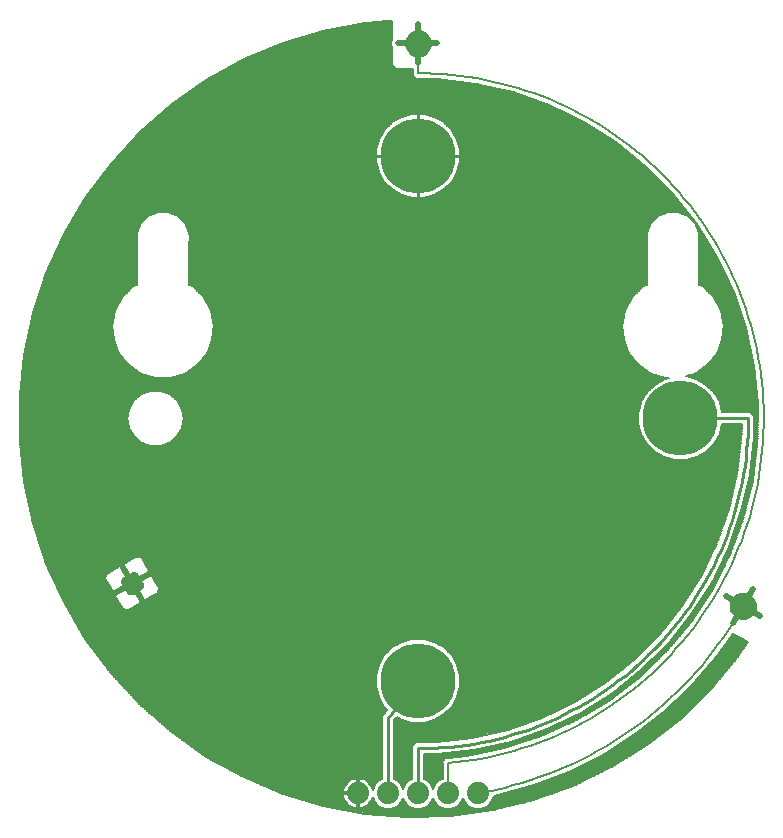
<source format=gtl>
G75*
%MOIN*%
%OFA0B0*%
%FSLAX25Y25*%
%IPPOS*%
%LPD*%
%AMOC8*
5,1,8,0,0,1.08239X$1,22.5*
%
%ADD10C,0.07400*%
%ADD11C,0.25000*%
%ADD12C,0.02000*%
%ADD13C,0.01000*%
%ADD14C,0.00600*%
D10*
X0210003Y0061250D03*
X0220003Y0061250D03*
X0230003Y0061250D03*
X0240003Y0061250D03*
X0250003Y0061250D03*
D11*
X0230003Y0098750D03*
X0317503Y0186250D03*
X0230003Y0273750D03*
D12*
X0230003Y0304750D02*
X0230003Y0311250D01*
X0236503Y0311250D01*
X0230003Y0311250D02*
X0223503Y0311250D01*
X0230003Y0311250D02*
X0230003Y0317750D01*
X0140369Y0134500D02*
X0129111Y0128000D01*
X0137990Y0125621D02*
X0131490Y0136879D01*
X0332627Y0127000D02*
X0343885Y0120500D01*
X0341506Y0129379D02*
X0335006Y0118121D01*
D13*
X0336256Y0120286D02*
X0335685Y0120686D01*
X0335192Y0121179D01*
X0334792Y0121750D01*
X0334497Y0122382D01*
X0334317Y0123055D01*
X0334256Y0123750D01*
X0334317Y0124445D01*
X0334497Y0125118D01*
X0334792Y0125750D01*
X0335248Y0126387D01*
X0335821Y0126923D01*
X0336487Y0127337D01*
X0337221Y0127614D01*
X0337994Y0127741D01*
X0338778Y0127716D01*
X0339542Y0127538D01*
X0340256Y0127214D01*
X0340827Y0126814D01*
X0341320Y0126321D01*
X0341720Y0125750D01*
X0342015Y0125118D01*
X0342195Y0124445D01*
X0342256Y0123750D01*
X0342195Y0123055D01*
X0342015Y0122382D01*
X0341720Y0121750D01*
X0341320Y0121179D01*
X0340827Y0120686D01*
X0340256Y0120286D01*
X0339624Y0119991D01*
X0338950Y0119811D01*
X0338256Y0119750D01*
X0337561Y0119811D01*
X0336888Y0119991D01*
X0336256Y0120286D01*
X0336167Y0120348D02*
X0340345Y0120348D01*
X0341438Y0121347D02*
X0335074Y0121347D01*
X0334514Y0122345D02*
X0341998Y0122345D01*
X0342220Y0123344D02*
X0334291Y0123344D01*
X0334308Y0124342D02*
X0342204Y0124342D01*
X0341911Y0125341D02*
X0334601Y0125341D01*
X0335214Y0126339D02*
X0341302Y0126339D01*
X0339983Y0127338D02*
X0336488Y0127338D01*
X0340003Y0186250D02*
X0317403Y0186250D01*
X0340003Y0186250D02*
X0339971Y0183592D01*
X0339875Y0180936D01*
X0339714Y0178282D01*
X0339489Y0175633D01*
X0339201Y0172991D01*
X0338849Y0170356D01*
X0338433Y0167731D01*
X0337954Y0165116D01*
X0337412Y0162514D01*
X0336807Y0159925D01*
X0336139Y0157352D01*
X0335410Y0154796D01*
X0334619Y0152258D01*
X0333767Y0149740D01*
X0332855Y0147243D01*
X0331882Y0144770D01*
X0330850Y0142320D01*
X0329759Y0139896D01*
X0328610Y0137499D01*
X0327403Y0135130D01*
X0326139Y0132792D01*
X0324820Y0130484D01*
X0323444Y0128210D01*
X0322015Y0125969D01*
X0320531Y0123763D01*
X0318995Y0121594D01*
X0317407Y0119462D01*
X0315767Y0117370D01*
X0314078Y0115317D01*
X0312339Y0113307D01*
X0310553Y0111338D01*
X0308719Y0109414D01*
X0306839Y0107534D01*
X0304915Y0105700D01*
X0302946Y0103914D01*
X0300936Y0102175D01*
X0298883Y0100486D01*
X0296791Y0098846D01*
X0294659Y0097258D01*
X0292490Y0095722D01*
X0290284Y0094238D01*
X0288043Y0092809D01*
X0285769Y0091433D01*
X0283461Y0090114D01*
X0281123Y0088850D01*
X0278754Y0087643D01*
X0276357Y0086494D01*
X0273933Y0085403D01*
X0271483Y0084371D01*
X0269010Y0083398D01*
X0266513Y0082486D01*
X0263995Y0081634D01*
X0261457Y0080843D01*
X0258901Y0080114D01*
X0256328Y0079446D01*
X0253739Y0078841D01*
X0251137Y0078299D01*
X0248522Y0077820D01*
X0245897Y0077404D01*
X0243262Y0077052D01*
X0240620Y0076764D01*
X0237971Y0076539D01*
X0235317Y0076378D01*
X0232661Y0076282D01*
X0230003Y0076250D01*
X0230003Y0061250D01*
X0220003Y0061250D02*
X0220003Y0086250D01*
X0230003Y0098750D01*
X0137997Y0130367D02*
X0137908Y0130131D01*
X0137775Y0129916D01*
X0137602Y0129732D01*
X0137308Y0129521D01*
X0136613Y0129120D01*
X0136580Y0129000D01*
X0136480Y0128927D01*
X0136383Y0128340D01*
X0135826Y0128550D01*
X0135713Y0128499D01*
X0135593Y0128531D01*
X0134897Y0128129D01*
X0134568Y0127980D01*
X0134322Y0127923D01*
X0134069Y0127914D01*
X0133820Y0127956D01*
X0133583Y0128045D01*
X0133369Y0128178D01*
X0133184Y0128351D01*
X0132974Y0128645D01*
X0132572Y0129340D01*
X0132452Y0129372D01*
X0132380Y0129473D01*
X0131793Y0129570D01*
X0132003Y0130127D01*
X0131951Y0130240D01*
X0131983Y0130360D01*
X0131582Y0131055D01*
X0131433Y0131385D01*
X0131375Y0131631D01*
X0131367Y0131883D01*
X0131408Y0132133D01*
X0131497Y0132369D01*
X0131631Y0132584D01*
X0131803Y0132768D01*
X0132097Y0132979D01*
X0132793Y0133380D01*
X0132825Y0133500D01*
X0132926Y0133573D01*
X0133023Y0134160D01*
X0133580Y0133950D01*
X0133693Y0134001D01*
X0133813Y0133969D01*
X0134508Y0134371D01*
X0134837Y0134520D01*
X0135083Y0134577D01*
X0135336Y0134586D01*
X0135585Y0134544D01*
X0135822Y0134455D01*
X0136037Y0134322D01*
X0136221Y0134149D01*
X0136432Y0133855D01*
X0136833Y0133160D01*
X0136953Y0133128D01*
X0137025Y0133027D01*
X0137612Y0132930D01*
X0137403Y0132373D01*
X0137454Y0132260D01*
X0137422Y0132140D01*
X0137824Y0131445D01*
X0137973Y0131115D01*
X0138030Y0130869D01*
X0138038Y0130617D01*
X0137997Y0130367D01*
X0137984Y0130333D02*
X0131976Y0130333D01*
X0131457Y0131332D02*
X0137875Y0131332D01*
X0137422Y0132330D02*
X0131483Y0132330D01*
X0132703Y0133329D02*
X0136736Y0133329D01*
X0136028Y0134327D02*
X0134433Y0134327D01*
X0132575Y0129335D02*
X0136986Y0129335D01*
X0135256Y0128336D02*
X0133200Y0128336D01*
X0230003Y0258850D02*
X0230003Y0273750D01*
X0245603Y0273750D01*
X0245603Y0273650D01*
X0230003Y0273650D02*
X0229903Y0273650D01*
X0229903Y0289350D01*
X0229903Y0273750D02*
X0230003Y0273750D01*
X0229903Y0273650D02*
X0215003Y0273650D01*
X0228635Y0307491D02*
X0228003Y0307786D01*
X0227432Y0308186D01*
X0226939Y0308679D01*
X0226539Y0309250D01*
X0226244Y0309882D01*
X0226063Y0310555D01*
X0226003Y0311250D01*
X0226063Y0311945D01*
X0226244Y0312618D01*
X0226539Y0313250D01*
X0226939Y0313821D01*
X0227432Y0314314D01*
X0228003Y0314714D01*
X0228635Y0315009D01*
X0229308Y0315189D01*
X0230003Y0315250D01*
X0230697Y0315189D01*
X0231371Y0315009D01*
X0232003Y0314714D01*
X0232574Y0314314D01*
X0233067Y0313821D01*
X0233467Y0313250D01*
X0233761Y0312618D01*
X0233942Y0311945D01*
X0234003Y0311250D01*
X0233942Y0310555D01*
X0233761Y0309882D01*
X0233467Y0309250D01*
X0233067Y0308679D01*
X0232574Y0308186D01*
X0232003Y0307786D01*
X0231371Y0307491D01*
X0230697Y0307311D01*
X0230003Y0307250D01*
X0229308Y0307311D01*
X0228635Y0307491D01*
X0227599Y0308068D02*
X0232406Y0308068D01*
X0233339Y0309067D02*
X0226667Y0309067D01*
X0226195Y0310065D02*
X0233811Y0310065D01*
X0233986Y0311064D02*
X0226019Y0311064D01*
X0226095Y0312062D02*
X0233910Y0312062D01*
X0233555Y0313061D02*
X0226450Y0313061D01*
X0227177Y0314059D02*
X0232829Y0314059D01*
X0231187Y0315058D02*
X0228818Y0315058D01*
D14*
X0217706Y0105451D02*
X0124578Y0105451D01*
X0124133Y0106049D02*
X0218051Y0106049D01*
X0218397Y0106648D02*
X0123689Y0106648D01*
X0123244Y0107247D02*
X0218742Y0107247D01*
X0218800Y0107346D02*
X0216957Y0104154D01*
X0216003Y0100593D01*
X0216003Y0096907D01*
X0216957Y0093346D01*
X0218800Y0090154D01*
X0219780Y0089173D01*
X0218510Y0087586D01*
X0218003Y0087078D01*
X0218003Y0086952D01*
X0217923Y0086852D01*
X0218003Y0086139D01*
X0218003Y0066050D01*
X0217057Y0065658D01*
X0215594Y0064196D01*
X0214871Y0062448D01*
X0214636Y0063169D01*
X0214279Y0063871D01*
X0213816Y0064507D01*
X0213260Y0065064D01*
X0212623Y0065526D01*
X0211922Y0065884D01*
X0211174Y0066127D01*
X0210396Y0066250D01*
X0210303Y0066250D01*
X0210303Y0061550D01*
X0209703Y0061550D01*
X0209703Y0066250D01*
X0209609Y0066250D01*
X0208832Y0066127D01*
X0208083Y0065884D01*
X0207382Y0065526D01*
X0206745Y0065064D01*
X0206189Y0064507D01*
X0205726Y0063871D01*
X0205369Y0063169D01*
X0205126Y0062421D01*
X0205003Y0061644D01*
X0205003Y0061550D01*
X0209703Y0061550D01*
X0209703Y0060950D01*
X0210303Y0060950D01*
X0210303Y0056250D01*
X0210396Y0056250D01*
X0211174Y0056373D01*
X0211922Y0056616D01*
X0212623Y0056974D01*
X0213260Y0057436D01*
X0213816Y0057993D01*
X0214279Y0058629D01*
X0214636Y0059331D01*
X0214871Y0060052D01*
X0215594Y0058304D01*
X0217057Y0056842D01*
X0218968Y0056050D01*
X0221037Y0056050D01*
X0222948Y0056842D01*
X0224411Y0058304D01*
X0225003Y0059733D01*
X0225594Y0058304D01*
X0227057Y0056842D01*
X0228968Y0056050D01*
X0231037Y0056050D01*
X0232948Y0056842D01*
X0234411Y0058304D01*
X0235003Y0059733D01*
X0235594Y0058304D01*
X0237057Y0056842D01*
X0238968Y0056050D01*
X0241037Y0056050D01*
X0242948Y0056842D01*
X0244411Y0058304D01*
X0245003Y0059733D01*
X0245594Y0058304D01*
X0247057Y0056842D01*
X0248968Y0056050D01*
X0251037Y0056050D01*
X0252948Y0056842D01*
X0254411Y0058304D01*
X0255203Y0060216D01*
X0255203Y0060317D01*
X0256520Y0060544D01*
X0268675Y0063895D01*
X0280439Y0068430D01*
X0291697Y0074105D01*
X0291697Y0074105D01*
X0302341Y0080863D01*
X0312265Y0088640D01*
X0321373Y0097358D01*
X0329575Y0106933D01*
X0334851Y0114490D01*
X0335127Y0114355D01*
X0335501Y0114137D01*
X0335559Y0114028D01*
X0335829Y0113946D01*
X0339857Y0111596D01*
X0336763Y0106933D01*
X0327728Y0096035D01*
X0317585Y0086158D01*
X0306449Y0077416D01*
X0294448Y0069906D01*
X0281716Y0063715D01*
X0268399Y0058913D01*
X0254646Y0055553D01*
X0240614Y0053674D01*
X0226462Y0053297D01*
X0212350Y0054427D01*
X0198438Y0057050D01*
X0184884Y0061137D01*
X0171841Y0066641D01*
X0159457Y0073501D01*
X0147872Y0081639D01*
X0137218Y0090961D01*
X0127615Y0101364D01*
X0119172Y0112728D01*
X0111985Y0124925D01*
X0106135Y0137817D01*
X0101689Y0151257D01*
X0098696Y0165095D01*
X0097191Y0179171D01*
X0097191Y0193329D01*
X0098696Y0207405D01*
X0101689Y0221243D01*
X0106135Y0234683D01*
X0111985Y0247575D01*
X0119172Y0259772D01*
X0127615Y0271136D01*
X0137218Y0281539D01*
X0147872Y0290861D01*
X0159457Y0298999D01*
X0171841Y0305859D01*
X0184884Y0311363D01*
X0198438Y0315450D01*
X0212350Y0318073D01*
X0221373Y0318796D01*
X0221373Y0318172D01*
X0221373Y0314991D01*
X0221348Y0314919D01*
X0221343Y0314914D01*
X0221344Y0314905D01*
X0221341Y0314897D01*
X0221344Y0314891D01*
X0221355Y0314261D01*
X0221252Y0313615D01*
X0221368Y0313455D01*
X0221373Y0313183D01*
X0221373Y0312641D01*
X0221003Y0311747D01*
X0221003Y0310753D01*
X0221383Y0309834D01*
X0221402Y0309815D01*
X0221453Y0309233D01*
X0221453Y0308936D01*
X0221376Y0308804D01*
X0221453Y0308519D01*
X0221453Y0303892D01*
X0221470Y0303875D01*
X0222624Y0302720D01*
X0224281Y0302720D01*
X0224281Y0302720D01*
X0227251Y0302720D01*
X0227536Y0302644D01*
X0227669Y0302720D01*
X0227965Y0302720D01*
X0228203Y0302700D01*
X0228203Y0301995D01*
X0228203Y0301253D01*
X0228203Y0300504D01*
X0228728Y0299979D01*
X0229257Y0299450D01*
X0229257Y0299450D01*
X0229257Y0299450D01*
X0229996Y0299450D01*
X0230003Y0299450D01*
X0236416Y0299269D01*
X0249159Y0297822D01*
X0261658Y0294946D01*
X0273752Y0290676D01*
X0285287Y0285069D01*
X0296115Y0278195D01*
X0306097Y0270143D01*
X0315107Y0261015D01*
X0323028Y0250928D01*
X0329760Y0240012D01*
X0335217Y0228405D01*
X0339328Y0216256D01*
X0342041Y0203721D01*
X0343322Y0190960D01*
X0343154Y0178135D01*
X0341539Y0165412D01*
X0338497Y0152952D01*
X0334069Y0140915D01*
X0328310Y0129456D01*
X0321294Y0118720D01*
X0313110Y0108844D01*
X0303864Y0099956D01*
X0293674Y0092168D01*
X0282669Y0085581D01*
X0270991Y0080278D01*
X0258789Y0076328D01*
X0246219Y0073780D01*
X0239905Y0073050D01*
X0239257Y0073050D01*
X0239193Y0072986D01*
X0239104Y0072979D01*
X0238675Y0072467D01*
X0238203Y0071996D01*
X0238203Y0071906D01*
X0238145Y0071837D01*
X0238203Y0071172D01*
X0238203Y0066133D01*
X0237057Y0065658D01*
X0235594Y0064196D01*
X0235003Y0062767D01*
X0234411Y0064196D01*
X0232948Y0065658D01*
X0232003Y0066050D01*
X0232003Y0074250D01*
X0236292Y0074250D01*
X0248793Y0075658D01*
X0261057Y0078458D01*
X0272931Y0082612D01*
X0284265Y0088071D01*
X0294916Y0094763D01*
X0304751Y0102606D01*
X0313646Y0111502D01*
X0313646Y0111502D01*
X0321489Y0121337D01*
X0328182Y0131988D01*
X0333640Y0143322D01*
X0337795Y0155196D01*
X0340594Y0167460D01*
X0342003Y0179960D01*
X0342003Y0187078D01*
X0340831Y0188250D01*
X0331461Y0188250D01*
X0330549Y0191654D01*
X0328705Y0194846D01*
X0326099Y0197453D01*
X0322906Y0199296D01*
X0319346Y0200250D01*
X0319259Y0200250D01*
X0322271Y0201165D01*
X0326416Y0203942D01*
X0329575Y0207803D01*
X0331474Y0212417D01*
X0331949Y0217383D01*
X0330960Y0222273D01*
X0328592Y0226664D01*
X0325049Y0230176D01*
X0325049Y0230176D01*
X0323803Y0230835D01*
X0323803Y0248000D01*
X0322463Y0251235D01*
X0319987Y0253710D01*
X0316753Y0255050D01*
X0313252Y0255050D01*
X0310018Y0253710D01*
X0310018Y0253710D01*
X0307542Y0251235D01*
X0306203Y0248000D01*
X0306203Y0230835D01*
X0304956Y0230176D01*
X0301413Y0226664D01*
X0299045Y0222273D01*
X0299045Y0222273D01*
X0298056Y0217383D01*
X0298532Y0212417D01*
X0298532Y0212417D01*
X0300431Y0207803D01*
X0303590Y0203942D01*
X0307735Y0201165D01*
X0312508Y0199715D01*
X0313661Y0199715D01*
X0312099Y0199296D01*
X0308906Y0197453D01*
X0306300Y0194846D01*
X0304457Y0191654D01*
X0303503Y0188093D01*
X0303503Y0184407D01*
X0304457Y0180846D01*
X0306300Y0177654D01*
X0308906Y0175047D01*
X0312099Y0173204D01*
X0315660Y0172250D01*
X0319346Y0172250D01*
X0322906Y0173204D01*
X0326099Y0175047D01*
X0328705Y0177654D01*
X0330549Y0180846D01*
X0331461Y0184250D01*
X0337947Y0184250D01*
X0337833Y0180194D01*
X0336477Y0168159D01*
X0333782Y0156352D01*
X0329782Y0144920D01*
X0324527Y0134008D01*
X0318083Y0123753D01*
X0310532Y0114285D01*
X0301968Y0105721D01*
X0301968Y0105721D01*
X0292499Y0098169D01*
X0282244Y0091726D01*
X0271332Y0086471D01*
X0259901Y0082471D01*
X0248093Y0079776D01*
X0236058Y0078420D01*
X0230003Y0078250D01*
X0229174Y0078250D01*
X0228003Y0077078D01*
X0228003Y0066050D01*
X0227057Y0065658D01*
X0225594Y0064196D01*
X0225003Y0062767D01*
X0224411Y0064196D01*
X0222948Y0065658D01*
X0222003Y0066050D01*
X0222003Y0085548D01*
X0222908Y0086680D01*
X0224599Y0085704D01*
X0228160Y0084750D01*
X0231846Y0084750D01*
X0235406Y0085704D01*
X0238599Y0087547D01*
X0241205Y0090154D01*
X0243049Y0093346D01*
X0244003Y0096907D01*
X0244003Y0100593D01*
X0243049Y0104154D01*
X0241205Y0107346D01*
X0238599Y0109953D01*
X0235406Y0111796D01*
X0231846Y0112750D01*
X0228160Y0112750D01*
X0224599Y0111796D01*
X0221406Y0109953D01*
X0218800Y0107346D01*
X0219299Y0107845D02*
X0122799Y0107845D01*
X0122355Y0108444D02*
X0219897Y0108444D01*
X0220496Y0109042D02*
X0121910Y0109042D01*
X0121465Y0109641D02*
X0221094Y0109641D01*
X0221902Y0110239D02*
X0121021Y0110239D01*
X0120576Y0110838D02*
X0222939Y0110838D01*
X0223976Y0111436D02*
X0120131Y0111436D01*
X0119687Y0112035D02*
X0225490Y0112035D01*
X0227723Y0112633D02*
X0119242Y0112633D01*
X0118875Y0113232D02*
X0309479Y0113232D01*
X0310078Y0113830D02*
X0118522Y0113830D01*
X0118170Y0114429D02*
X0310647Y0114429D01*
X0311124Y0115027D02*
X0117817Y0115027D01*
X0117464Y0115626D02*
X0311602Y0115626D01*
X0312079Y0116224D02*
X0117112Y0116224D01*
X0116759Y0116823D02*
X0312556Y0116823D01*
X0313033Y0117421D02*
X0116406Y0117421D01*
X0116054Y0118020D02*
X0313511Y0118020D01*
X0313988Y0118618D02*
X0115701Y0118618D01*
X0115348Y0119217D02*
X0314465Y0119217D01*
X0314943Y0119815D02*
X0114996Y0119815D01*
X0114643Y0120414D02*
X0315420Y0120414D01*
X0315897Y0121012D02*
X0114290Y0121012D01*
X0113938Y0121611D02*
X0316375Y0121611D01*
X0316852Y0122209D02*
X0113585Y0122209D01*
X0113232Y0122808D02*
X0131494Y0122808D01*
X0131531Y0122744D02*
X0131555Y0122702D01*
X0133155Y0122274D01*
X0133197Y0122298D01*
X0134590Y0123102D01*
X0134590Y0123102D01*
X0136247Y0124059D01*
X0136540Y0124127D01*
X0136637Y0124284D01*
X0136819Y0124389D01*
X0137484Y0124690D01*
X0137523Y0124796D01*
X0137621Y0124852D01*
X0137810Y0125557D01*
X0137881Y0125745D01*
X0138079Y0125713D01*
X0138784Y0125524D01*
X0138882Y0125580D01*
X0138993Y0125562D01*
X0139587Y0125987D01*
X0139768Y0126092D01*
X0139953Y0126098D01*
X0140158Y0126317D01*
X0143209Y0128078D01*
X0143250Y0128102D01*
X0143679Y0129702D01*
X0143655Y0129744D01*
X0142851Y0131137D01*
X0142851Y0131137D01*
X0141894Y0132795D01*
X0141826Y0133087D01*
X0141669Y0133185D01*
X0141564Y0133366D01*
X0141263Y0134031D01*
X0141157Y0134071D01*
X0141101Y0134168D01*
X0140395Y0134357D01*
X0140207Y0134428D01*
X0140240Y0134626D01*
X0140429Y0135332D01*
X0140373Y0135429D01*
X0140391Y0135541D01*
X0139966Y0136134D01*
X0139861Y0136315D01*
X0139855Y0136500D01*
X0139636Y0136705D01*
X0137875Y0139756D01*
X0137851Y0139798D01*
X0136250Y0140226D01*
X0136209Y0140202D01*
X0134815Y0139398D01*
X0133158Y0138441D01*
X0132866Y0138373D01*
X0132768Y0138216D01*
X0132587Y0138111D01*
X0131922Y0137810D01*
X0131882Y0137704D01*
X0131784Y0137648D01*
X0131595Y0136943D01*
X0131525Y0136755D01*
X0131326Y0136787D01*
X0130621Y0136976D01*
X0130523Y0136920D01*
X0130412Y0136938D01*
X0129819Y0136513D01*
X0129637Y0136408D01*
X0129453Y0136402D01*
X0129247Y0136183D01*
X0126197Y0134422D01*
X0126155Y0134398D01*
X0125726Y0132798D01*
X0125750Y0132756D01*
X0126555Y0131363D01*
X0127512Y0129705D01*
X0127580Y0129413D01*
X0127737Y0129316D01*
X0127841Y0129134D01*
X0128143Y0128469D01*
X0128248Y0128429D01*
X0128305Y0128332D01*
X0129010Y0128143D01*
X0129198Y0128072D01*
X0129165Y0127874D01*
X0128976Y0127168D01*
X0129033Y0127071D01*
X0129014Y0126959D01*
X0129440Y0126366D01*
X0129544Y0126185D01*
X0129550Y0126000D01*
X0129769Y0125795D01*
X0131531Y0122744D01*
X0131148Y0123406D02*
X0112880Y0123406D01*
X0112527Y0124005D02*
X0130803Y0124005D01*
X0130457Y0124603D02*
X0112174Y0124603D01*
X0111859Y0125202D02*
X0130112Y0125202D01*
X0129763Y0125800D02*
X0111587Y0125800D01*
X0111316Y0126399D02*
X0129416Y0126399D01*
X0129021Y0126997D02*
X0111044Y0126997D01*
X0110773Y0127596D02*
X0129091Y0127596D01*
X0128817Y0128194D02*
X0110501Y0128194D01*
X0110230Y0128793D02*
X0127996Y0128793D01*
X0127615Y0129391D02*
X0109958Y0129391D01*
X0109686Y0129990D02*
X0127347Y0129990D01*
X0127002Y0130588D02*
X0109415Y0130588D01*
X0109143Y0131187D02*
X0126656Y0131187D01*
X0126555Y0131363D02*
X0126555Y0131363D01*
X0126311Y0131785D02*
X0108872Y0131785D01*
X0108600Y0132384D02*
X0125965Y0132384D01*
X0125776Y0132982D02*
X0108329Y0132982D01*
X0108057Y0133581D02*
X0125936Y0133581D01*
X0126097Y0134180D02*
X0107785Y0134180D01*
X0107514Y0134778D02*
X0126813Y0134778D01*
X0127850Y0135377D02*
X0107242Y0135377D01*
X0106971Y0135975D02*
X0128887Y0135975D01*
X0129903Y0136574D02*
X0106699Y0136574D01*
X0106427Y0137172D02*
X0131657Y0137172D01*
X0131907Y0137771D02*
X0106156Y0137771D01*
X0105952Y0138369D02*
X0132863Y0138369D01*
X0134070Y0138968D02*
X0105754Y0138968D01*
X0105556Y0139566D02*
X0135107Y0139566D01*
X0134815Y0139398D02*
X0134815Y0139398D01*
X0136143Y0140165D02*
X0105358Y0140165D01*
X0105160Y0140763D02*
X0327780Y0140763D01*
X0327492Y0140165D02*
X0136481Y0140165D01*
X0137984Y0139566D02*
X0327203Y0139566D01*
X0326915Y0138968D02*
X0138330Y0138968D01*
X0138675Y0138369D02*
X0326627Y0138369D01*
X0326339Y0137771D02*
X0139021Y0137771D01*
X0139366Y0137172D02*
X0326050Y0137172D01*
X0325762Y0136574D02*
X0139777Y0136574D01*
X0140080Y0135975D02*
X0325474Y0135975D01*
X0325186Y0135377D02*
X0140403Y0135377D01*
X0140281Y0134778D02*
X0324897Y0134778D01*
X0324609Y0134180D02*
X0141059Y0134180D01*
X0141466Y0133581D02*
X0324258Y0133581D01*
X0323882Y0132982D02*
X0141850Y0132982D01*
X0142131Y0132384D02*
X0323506Y0132384D01*
X0323130Y0131785D02*
X0142476Y0131785D01*
X0142822Y0131187D02*
X0322754Y0131187D01*
X0322378Y0130588D02*
X0143168Y0130588D01*
X0143513Y0129990D02*
X0322002Y0129990D01*
X0321626Y0129391D02*
X0143596Y0129391D01*
X0143435Y0128793D02*
X0321250Y0128793D01*
X0320874Y0128194D02*
X0143275Y0128194D01*
X0142374Y0127596D02*
X0320498Y0127596D01*
X0320122Y0126997D02*
X0141337Y0126997D01*
X0140300Y0126399D02*
X0319745Y0126399D01*
X0319369Y0125800D02*
X0139326Y0125800D01*
X0137715Y0125202D02*
X0318993Y0125202D01*
X0318617Y0124603D02*
X0137292Y0124603D01*
X0136154Y0124005D02*
X0318241Y0124005D01*
X0317806Y0123406D02*
X0135117Y0123406D01*
X0134080Y0122808D02*
X0317329Y0122808D01*
X0320753Y0120414D02*
X0322401Y0120414D01*
X0322792Y0121012D02*
X0321231Y0121012D01*
X0321662Y0121611D02*
X0323183Y0121611D01*
X0323574Y0122209D02*
X0322038Y0122209D01*
X0322414Y0122808D02*
X0323965Y0122808D01*
X0324356Y0123406D02*
X0322790Y0123406D01*
X0323166Y0124005D02*
X0324748Y0124005D01*
X0325139Y0124603D02*
X0323542Y0124603D01*
X0323918Y0125202D02*
X0325530Y0125202D01*
X0325921Y0125800D02*
X0324294Y0125800D01*
X0324670Y0126399D02*
X0326312Y0126399D01*
X0326703Y0126997D02*
X0325046Y0126997D01*
X0325422Y0127596D02*
X0327094Y0127596D01*
X0327485Y0128194D02*
X0325798Y0128194D01*
X0326174Y0128793D02*
X0327877Y0128793D01*
X0328268Y0129391D02*
X0326551Y0129391D01*
X0326927Y0129990D02*
X0328578Y0129990D01*
X0328879Y0130588D02*
X0327303Y0130588D01*
X0327679Y0131187D02*
X0329180Y0131187D01*
X0329481Y0131785D02*
X0328055Y0131785D01*
X0328373Y0132384D02*
X0329781Y0132384D01*
X0330082Y0132982D02*
X0328661Y0132982D01*
X0328949Y0133581D02*
X0330383Y0133581D01*
X0330684Y0134180D02*
X0329237Y0134180D01*
X0329526Y0134778D02*
X0330984Y0134778D01*
X0331285Y0135377D02*
X0329814Y0135377D01*
X0330102Y0135975D02*
X0331586Y0135975D01*
X0331887Y0136574D02*
X0330390Y0136574D01*
X0330679Y0137172D02*
X0332188Y0137172D01*
X0332488Y0137771D02*
X0330967Y0137771D01*
X0331255Y0138369D02*
X0332789Y0138369D01*
X0333090Y0138968D02*
X0331543Y0138968D01*
X0331832Y0139566D02*
X0333391Y0139566D01*
X0333692Y0140165D02*
X0332120Y0140165D01*
X0332408Y0140763D02*
X0333992Y0140763D01*
X0334233Y0141362D02*
X0332696Y0141362D01*
X0332984Y0141960D02*
X0334453Y0141960D01*
X0334673Y0142559D02*
X0333273Y0142559D01*
X0333561Y0143157D02*
X0334894Y0143157D01*
X0335114Y0143756D02*
X0333792Y0143756D01*
X0334001Y0144354D02*
X0335334Y0144354D01*
X0335554Y0144953D02*
X0334211Y0144953D01*
X0334420Y0145551D02*
X0335774Y0145551D01*
X0335995Y0146150D02*
X0334630Y0146150D01*
X0334839Y0146748D02*
X0336215Y0146748D01*
X0336435Y0147347D02*
X0335049Y0147347D01*
X0335258Y0147945D02*
X0336655Y0147945D01*
X0336876Y0148544D02*
X0335467Y0148544D01*
X0335677Y0149142D02*
X0337096Y0149142D01*
X0337316Y0149741D02*
X0335886Y0149741D01*
X0336096Y0150339D02*
X0337536Y0150339D01*
X0337756Y0150938D02*
X0336305Y0150938D01*
X0336515Y0151536D02*
X0337977Y0151536D01*
X0338197Y0152135D02*
X0336724Y0152135D01*
X0336933Y0152733D02*
X0338417Y0152733D01*
X0338590Y0153332D02*
X0337143Y0153332D01*
X0337352Y0153930D02*
X0338736Y0153930D01*
X0338882Y0154529D02*
X0337562Y0154529D01*
X0337771Y0155127D02*
X0339028Y0155127D01*
X0339174Y0155726D02*
X0337916Y0155726D01*
X0338053Y0156324D02*
X0339321Y0156324D01*
X0339467Y0156923D02*
X0338189Y0156923D01*
X0338326Y0157521D02*
X0339613Y0157521D01*
X0339759Y0158120D02*
X0338462Y0158120D01*
X0338599Y0158718D02*
X0339905Y0158718D01*
X0340051Y0159317D02*
X0338736Y0159317D01*
X0338872Y0159916D02*
X0340197Y0159916D01*
X0340343Y0160514D02*
X0339009Y0160514D01*
X0339145Y0161113D02*
X0340489Y0161113D01*
X0340635Y0161711D02*
X0339282Y0161711D01*
X0339419Y0162310D02*
X0340781Y0162310D01*
X0340928Y0162908D02*
X0339555Y0162908D01*
X0339692Y0163507D02*
X0341074Y0163507D01*
X0341220Y0164105D02*
X0339829Y0164105D01*
X0339965Y0164704D02*
X0341366Y0164704D01*
X0341512Y0165302D02*
X0340102Y0165302D01*
X0340238Y0165901D02*
X0341601Y0165901D01*
X0341677Y0166499D02*
X0340375Y0166499D01*
X0340512Y0167098D02*
X0341753Y0167098D01*
X0341829Y0167696D02*
X0340621Y0167696D01*
X0340688Y0168295D02*
X0341905Y0168295D01*
X0341981Y0168893D02*
X0340756Y0168893D01*
X0340823Y0169492D02*
X0342057Y0169492D01*
X0342133Y0170090D02*
X0340891Y0170090D01*
X0340958Y0170689D02*
X0342209Y0170689D01*
X0342284Y0171287D02*
X0341025Y0171287D01*
X0341093Y0171886D02*
X0342360Y0171886D01*
X0342436Y0172484D02*
X0341160Y0172484D01*
X0341228Y0173083D02*
X0342512Y0173083D01*
X0342588Y0173681D02*
X0341295Y0173681D01*
X0341363Y0174280D02*
X0342664Y0174280D01*
X0342740Y0174878D02*
X0341430Y0174878D01*
X0341498Y0175477D02*
X0342816Y0175477D01*
X0342892Y0176075D02*
X0341565Y0176075D01*
X0341632Y0176674D02*
X0342968Y0176674D01*
X0343044Y0177272D02*
X0341700Y0177272D01*
X0341767Y0177871D02*
X0343120Y0177871D01*
X0343158Y0178469D02*
X0341835Y0178469D01*
X0341902Y0179068D02*
X0343166Y0179068D01*
X0343174Y0179666D02*
X0341970Y0179666D01*
X0342003Y0180265D02*
X0343182Y0180265D01*
X0343190Y0180863D02*
X0342003Y0180863D01*
X0342003Y0181462D02*
X0343197Y0181462D01*
X0343205Y0182060D02*
X0342003Y0182060D01*
X0342003Y0182659D02*
X0343213Y0182659D01*
X0343221Y0183257D02*
X0342003Y0183257D01*
X0342003Y0183856D02*
X0343229Y0183856D01*
X0343237Y0184454D02*
X0342003Y0184454D01*
X0342003Y0185053D02*
X0343245Y0185053D01*
X0343252Y0185651D02*
X0342003Y0185651D01*
X0342003Y0186250D02*
X0343260Y0186250D01*
X0343268Y0186849D02*
X0342003Y0186849D01*
X0341634Y0187447D02*
X0343276Y0187447D01*
X0343284Y0188046D02*
X0341036Y0188046D01*
X0343292Y0188644D02*
X0331355Y0188644D01*
X0331195Y0189243D02*
X0343300Y0189243D01*
X0343307Y0189841D02*
X0331034Y0189841D01*
X0330874Y0190440D02*
X0343315Y0190440D01*
X0343314Y0191038D02*
X0330714Y0191038D01*
X0330553Y0191637D02*
X0343254Y0191637D01*
X0343194Y0192235D02*
X0330213Y0192235D01*
X0329867Y0192834D02*
X0343134Y0192834D01*
X0343074Y0193432D02*
X0329522Y0193432D01*
X0329176Y0194031D02*
X0343014Y0194031D01*
X0342954Y0194629D02*
X0328831Y0194629D01*
X0328324Y0195228D02*
X0342894Y0195228D01*
X0342834Y0195826D02*
X0327725Y0195826D01*
X0327127Y0196425D02*
X0342774Y0196425D01*
X0342713Y0197023D02*
X0326528Y0197023D01*
X0325806Y0197622D02*
X0342653Y0197622D01*
X0342593Y0198220D02*
X0324770Y0198220D01*
X0323733Y0198819D02*
X0342533Y0198819D01*
X0342473Y0199417D02*
X0322454Y0199417D01*
X0322271Y0201165D02*
X0322271Y0201165D01*
X0322341Y0201213D02*
X0342293Y0201213D01*
X0342233Y0201811D02*
X0323235Y0201811D01*
X0324129Y0202410D02*
X0342173Y0202410D01*
X0342113Y0203008D02*
X0325022Y0203008D01*
X0325916Y0203607D02*
X0342053Y0203607D01*
X0341936Y0204205D02*
X0326631Y0204205D01*
X0326416Y0203942D02*
X0326416Y0203942D01*
X0326416Y0203942D01*
X0327121Y0204804D02*
X0341807Y0204804D01*
X0341677Y0205402D02*
X0327611Y0205402D01*
X0328100Y0206001D02*
X0341548Y0206001D01*
X0341418Y0206599D02*
X0328590Y0206599D01*
X0329079Y0207198D02*
X0341289Y0207198D01*
X0341159Y0207796D02*
X0329569Y0207796D01*
X0329818Y0208395D02*
X0341030Y0208395D01*
X0340900Y0208993D02*
X0330065Y0208993D01*
X0330311Y0209592D02*
X0340771Y0209592D01*
X0340641Y0210190D02*
X0330557Y0210190D01*
X0330804Y0210789D02*
X0340511Y0210789D01*
X0340382Y0211387D02*
X0331050Y0211387D01*
X0331297Y0211986D02*
X0340252Y0211986D01*
X0340123Y0212584D02*
X0331490Y0212584D01*
X0331547Y0213183D02*
X0339993Y0213183D01*
X0339864Y0213782D02*
X0331605Y0213782D01*
X0331662Y0214380D02*
X0339734Y0214380D01*
X0339605Y0214979D02*
X0331719Y0214979D01*
X0331776Y0215577D02*
X0339475Y0215577D01*
X0339345Y0216176D02*
X0331834Y0216176D01*
X0331891Y0216774D02*
X0339153Y0216774D01*
X0338950Y0217373D02*
X0331948Y0217373D01*
X0331830Y0217971D02*
X0338748Y0217971D01*
X0338545Y0218570D02*
X0331709Y0218570D01*
X0331588Y0219168D02*
X0338343Y0219168D01*
X0338140Y0219767D02*
X0331467Y0219767D01*
X0331346Y0220365D02*
X0337938Y0220365D01*
X0337735Y0220964D02*
X0331225Y0220964D01*
X0331104Y0221562D02*
X0337532Y0221562D01*
X0337330Y0222161D02*
X0330983Y0222161D01*
X0330698Y0222759D02*
X0337127Y0222759D01*
X0336925Y0223358D02*
X0330375Y0223358D01*
X0330052Y0223956D02*
X0336722Y0223956D01*
X0336520Y0224555D02*
X0329730Y0224555D01*
X0329407Y0225153D02*
X0336317Y0225153D01*
X0336115Y0225752D02*
X0329084Y0225752D01*
X0328761Y0226350D02*
X0335912Y0226350D01*
X0335710Y0226949D02*
X0328305Y0226949D01*
X0328592Y0226664D02*
X0328592Y0226664D01*
X0327701Y0227547D02*
X0335507Y0227547D01*
X0335305Y0228146D02*
X0327097Y0228146D01*
X0326493Y0228744D02*
X0335057Y0228744D01*
X0334776Y0229343D02*
X0325890Y0229343D01*
X0325286Y0229941D02*
X0334495Y0229941D01*
X0334213Y0230540D02*
X0324361Y0230540D01*
X0325049Y0230176D02*
X0325049Y0230176D01*
X0323803Y0231138D02*
X0333932Y0231138D01*
X0333650Y0231737D02*
X0323803Y0231737D01*
X0323803Y0232335D02*
X0333369Y0232335D01*
X0333088Y0232934D02*
X0323803Y0232934D01*
X0323803Y0233532D02*
X0332806Y0233532D01*
X0332525Y0234131D02*
X0323803Y0234131D01*
X0323803Y0234729D02*
X0332244Y0234729D01*
X0331962Y0235328D02*
X0323803Y0235328D01*
X0323803Y0235926D02*
X0331681Y0235926D01*
X0331399Y0236525D02*
X0323803Y0236525D01*
X0323803Y0237123D02*
X0331118Y0237123D01*
X0330837Y0237722D02*
X0323803Y0237722D01*
X0323803Y0238320D02*
X0330555Y0238320D01*
X0330274Y0238919D02*
X0323803Y0238919D01*
X0323803Y0239518D02*
X0329993Y0239518D01*
X0329696Y0240116D02*
X0323803Y0240116D01*
X0323803Y0240715D02*
X0329327Y0240715D01*
X0328958Y0241313D02*
X0323803Y0241313D01*
X0323803Y0241912D02*
X0328589Y0241912D01*
X0328220Y0242510D02*
X0323803Y0242510D01*
X0323803Y0243109D02*
X0327851Y0243109D01*
X0327481Y0243707D02*
X0323803Y0243707D01*
X0323803Y0244306D02*
X0327112Y0244306D01*
X0326743Y0244904D02*
X0323803Y0244904D01*
X0323803Y0245503D02*
X0326374Y0245503D01*
X0326005Y0246101D02*
X0323803Y0246101D01*
X0323803Y0246700D02*
X0325636Y0246700D01*
X0325267Y0247298D02*
X0323803Y0247298D01*
X0323803Y0247897D02*
X0324898Y0247897D01*
X0324529Y0248495D02*
X0323598Y0248495D01*
X0323350Y0249094D02*
X0324160Y0249094D01*
X0323791Y0249692D02*
X0323102Y0249692D01*
X0322854Y0250291D02*
X0323421Y0250291D01*
X0323052Y0250889D02*
X0322606Y0250889D01*
X0322463Y0251235D02*
X0322463Y0251235D01*
X0322589Y0251488D02*
X0322210Y0251488D01*
X0322119Y0252086D02*
X0321612Y0252086D01*
X0321649Y0252685D02*
X0321013Y0252685D01*
X0321179Y0253283D02*
X0320414Y0253283D01*
X0319987Y0253710D02*
X0319987Y0253710D01*
X0319573Y0253882D02*
X0320709Y0253882D01*
X0320239Y0254480D02*
X0318128Y0254480D01*
X0319299Y0255677D02*
X0116759Y0255677D01*
X0116406Y0255079D02*
X0319769Y0255079D01*
X0318829Y0256276D02*
X0117112Y0256276D01*
X0117464Y0256874D02*
X0318359Y0256874D01*
X0317889Y0257473D02*
X0117817Y0257473D01*
X0118170Y0258071D02*
X0317419Y0258071D01*
X0316949Y0258670D02*
X0118522Y0258670D01*
X0118875Y0259268D02*
X0316479Y0259268D01*
X0316008Y0259867D02*
X0232282Y0259867D01*
X0231846Y0259750D02*
X0235406Y0260704D01*
X0238599Y0262547D01*
X0241205Y0265154D01*
X0243049Y0268346D01*
X0244003Y0271907D01*
X0244003Y0275593D01*
X0243049Y0279154D01*
X0241205Y0282346D01*
X0238599Y0284953D01*
X0235406Y0286796D01*
X0231846Y0287750D01*
X0228160Y0287750D01*
X0224599Y0286796D01*
X0221406Y0284953D01*
X0218800Y0282346D01*
X0216957Y0279154D01*
X0216003Y0275593D01*
X0216003Y0271907D01*
X0216957Y0268346D01*
X0218800Y0265154D01*
X0221406Y0262547D01*
X0224599Y0260704D01*
X0228160Y0259750D01*
X0231846Y0259750D01*
X0234516Y0260465D02*
X0315538Y0260465D01*
X0315107Y0261015D02*
X0315107Y0261015D01*
X0315059Y0261064D02*
X0236030Y0261064D01*
X0237066Y0261662D02*
X0314468Y0261662D01*
X0313877Y0262261D02*
X0238103Y0262261D01*
X0238911Y0262859D02*
X0313286Y0262859D01*
X0312696Y0263458D02*
X0239510Y0263458D01*
X0240108Y0264056D02*
X0312105Y0264056D01*
X0311514Y0264655D02*
X0240707Y0264655D01*
X0241263Y0265253D02*
X0310923Y0265253D01*
X0310332Y0265852D02*
X0241609Y0265852D01*
X0241954Y0266451D02*
X0309742Y0266451D01*
X0309151Y0267049D02*
X0242300Y0267049D01*
X0242645Y0267648D02*
X0308560Y0267648D01*
X0307969Y0268246D02*
X0242991Y0268246D01*
X0243182Y0268845D02*
X0307379Y0268845D01*
X0306788Y0269443D02*
X0243342Y0269443D01*
X0243503Y0270042D02*
X0306197Y0270042D01*
X0305481Y0270640D02*
X0243663Y0270640D01*
X0243824Y0271239D02*
X0304739Y0271239D01*
X0303997Y0271837D02*
X0243984Y0271837D01*
X0244003Y0272436D02*
X0303255Y0272436D01*
X0302513Y0273034D02*
X0244003Y0273034D01*
X0244003Y0273633D02*
X0301771Y0273633D01*
X0301029Y0274231D02*
X0244003Y0274231D01*
X0244003Y0274830D02*
X0300287Y0274830D01*
X0299545Y0275428D02*
X0244003Y0275428D01*
X0243887Y0276027D02*
X0298803Y0276027D01*
X0298061Y0276625D02*
X0243726Y0276625D01*
X0243566Y0277224D02*
X0297319Y0277224D01*
X0296577Y0277822D02*
X0243405Y0277822D01*
X0243245Y0278421D02*
X0295759Y0278421D01*
X0294817Y0279019D02*
X0243085Y0279019D01*
X0242781Y0279618D02*
X0293874Y0279618D01*
X0292931Y0280216D02*
X0242435Y0280216D01*
X0242090Y0280815D02*
X0291988Y0280815D01*
X0291045Y0281413D02*
X0241744Y0281413D01*
X0241399Y0282012D02*
X0290103Y0282012D01*
X0289160Y0282610D02*
X0240941Y0282610D01*
X0240343Y0283209D02*
X0288217Y0283209D01*
X0287274Y0283807D02*
X0239744Y0283807D01*
X0239146Y0284406D02*
X0286331Y0284406D01*
X0285389Y0285004D02*
X0238510Y0285004D01*
X0237473Y0285603D02*
X0284189Y0285603D01*
X0282957Y0286201D02*
X0236436Y0286201D01*
X0235392Y0286800D02*
X0281726Y0286800D01*
X0280495Y0287398D02*
X0233158Y0287398D01*
X0226847Y0287398D02*
X0143914Y0287398D01*
X0143230Y0286800D02*
X0224614Y0286800D01*
X0223569Y0286201D02*
X0142546Y0286201D01*
X0141862Y0285603D02*
X0222532Y0285603D01*
X0221496Y0285004D02*
X0141178Y0285004D01*
X0140494Y0284406D02*
X0220860Y0284406D01*
X0220261Y0283807D02*
X0139810Y0283807D01*
X0139126Y0283209D02*
X0219663Y0283209D01*
X0219064Y0282610D02*
X0138442Y0282610D01*
X0137758Y0282012D02*
X0218607Y0282012D01*
X0218261Y0281413D02*
X0137102Y0281413D01*
X0136549Y0280815D02*
X0217916Y0280815D01*
X0217570Y0280216D02*
X0135997Y0280216D01*
X0135444Y0279618D02*
X0217225Y0279618D01*
X0216921Y0279019D02*
X0134892Y0279019D01*
X0134339Y0278421D02*
X0216760Y0278421D01*
X0216600Y0277822D02*
X0133787Y0277822D01*
X0133234Y0277224D02*
X0216440Y0277224D01*
X0216279Y0276625D02*
X0132682Y0276625D01*
X0132129Y0276027D02*
X0216119Y0276027D01*
X0216003Y0275428D02*
X0131577Y0275428D01*
X0131024Y0274830D02*
X0216003Y0274830D01*
X0216003Y0274231D02*
X0130472Y0274231D01*
X0129919Y0273633D02*
X0216003Y0273633D01*
X0216003Y0273034D02*
X0129367Y0273034D01*
X0128814Y0272436D02*
X0216003Y0272436D01*
X0216021Y0271837D02*
X0128262Y0271837D01*
X0127709Y0271239D02*
X0216182Y0271239D01*
X0216342Y0270640D02*
X0127246Y0270640D01*
X0126801Y0270042D02*
X0216502Y0270042D01*
X0216663Y0269443D02*
X0126357Y0269443D01*
X0125912Y0268845D02*
X0216823Y0268845D01*
X0217015Y0268246D02*
X0125467Y0268246D01*
X0125023Y0267648D02*
X0217360Y0267648D01*
X0217706Y0267049D02*
X0124578Y0267049D01*
X0124133Y0266451D02*
X0218051Y0266451D01*
X0218397Y0265852D02*
X0123689Y0265852D01*
X0123244Y0265253D02*
X0218742Y0265253D01*
X0219299Y0264655D02*
X0122799Y0264655D01*
X0122355Y0264056D02*
X0219897Y0264056D01*
X0220496Y0263458D02*
X0121910Y0263458D01*
X0121465Y0262859D02*
X0221094Y0262859D01*
X0221902Y0262261D02*
X0121021Y0262261D01*
X0120576Y0261662D02*
X0222939Y0261662D01*
X0223976Y0261064D02*
X0120131Y0261064D01*
X0119687Y0260465D02*
X0225490Y0260465D01*
X0227723Y0259867D02*
X0119242Y0259867D01*
X0116054Y0254480D02*
X0141877Y0254480D01*
X0143252Y0255050D02*
X0140018Y0253710D01*
X0140018Y0253710D01*
X0137542Y0251235D01*
X0136203Y0248000D01*
X0136203Y0230835D01*
X0134956Y0230176D01*
X0131413Y0226664D01*
X0129045Y0222273D01*
X0129045Y0222273D01*
X0128056Y0217383D01*
X0128532Y0212417D01*
X0128532Y0212417D01*
X0130431Y0207803D01*
X0133590Y0203942D01*
X0137735Y0201165D01*
X0142508Y0199715D01*
X0147497Y0199715D01*
X0152271Y0201165D01*
X0156416Y0203942D01*
X0159575Y0207803D01*
X0159575Y0207803D01*
X0161474Y0212417D01*
X0161949Y0217383D01*
X0160960Y0222273D01*
X0158592Y0226664D01*
X0155049Y0230176D01*
X0153803Y0230835D01*
X0153803Y0245222D01*
X0154003Y0245422D01*
X0154003Y0247578D01*
X0153803Y0247778D01*
X0153803Y0248000D01*
X0152463Y0251235D01*
X0149987Y0253710D01*
X0146753Y0255050D01*
X0143252Y0255050D01*
X0140432Y0253882D02*
X0115701Y0253882D01*
X0115348Y0253283D02*
X0139591Y0253283D01*
X0138992Y0252685D02*
X0114996Y0252685D01*
X0114643Y0252086D02*
X0138394Y0252086D01*
X0137795Y0251488D02*
X0114290Y0251488D01*
X0113938Y0250889D02*
X0137399Y0250889D01*
X0137542Y0251235D02*
X0137542Y0251235D01*
X0137151Y0250291D02*
X0113585Y0250291D01*
X0113232Y0249692D02*
X0136903Y0249692D01*
X0136656Y0249094D02*
X0112880Y0249094D01*
X0112527Y0248495D02*
X0136408Y0248495D01*
X0136203Y0247897D02*
X0112174Y0247897D01*
X0111859Y0247298D02*
X0136203Y0247298D01*
X0136203Y0246700D02*
X0111587Y0246700D01*
X0111316Y0246101D02*
X0136203Y0246101D01*
X0136203Y0245503D02*
X0111044Y0245503D01*
X0110773Y0244904D02*
X0136203Y0244904D01*
X0136203Y0244306D02*
X0110501Y0244306D01*
X0110230Y0243707D02*
X0136203Y0243707D01*
X0136203Y0243109D02*
X0109958Y0243109D01*
X0109686Y0242510D02*
X0136203Y0242510D01*
X0136203Y0241912D02*
X0109415Y0241912D01*
X0109143Y0241313D02*
X0136203Y0241313D01*
X0136203Y0240715D02*
X0108872Y0240715D01*
X0108600Y0240116D02*
X0136203Y0240116D01*
X0136203Y0239518D02*
X0108329Y0239518D01*
X0108057Y0238919D02*
X0136203Y0238919D01*
X0136203Y0238320D02*
X0107785Y0238320D01*
X0107514Y0237722D02*
X0136203Y0237722D01*
X0136203Y0237123D02*
X0107242Y0237123D01*
X0106971Y0236525D02*
X0136203Y0236525D01*
X0136203Y0235926D02*
X0106699Y0235926D01*
X0106427Y0235328D02*
X0136203Y0235328D01*
X0136203Y0234729D02*
X0106156Y0234729D01*
X0105952Y0234131D02*
X0136203Y0234131D01*
X0136203Y0233532D02*
X0105754Y0233532D01*
X0105556Y0232934D02*
X0136203Y0232934D01*
X0136203Y0232335D02*
X0105358Y0232335D01*
X0105160Y0231737D02*
X0136203Y0231737D01*
X0136203Y0231138D02*
X0104962Y0231138D01*
X0104764Y0230540D02*
X0135644Y0230540D01*
X0134956Y0230176D02*
X0134956Y0230176D01*
X0134719Y0229941D02*
X0104566Y0229941D01*
X0104368Y0229343D02*
X0134116Y0229343D01*
X0133512Y0228744D02*
X0104170Y0228744D01*
X0103972Y0228146D02*
X0132908Y0228146D01*
X0132304Y0227547D02*
X0103774Y0227547D01*
X0103576Y0226949D02*
X0131701Y0226949D01*
X0131413Y0226664D02*
X0131413Y0226664D01*
X0131244Y0226350D02*
X0103378Y0226350D01*
X0103180Y0225752D02*
X0130921Y0225752D01*
X0130599Y0225153D02*
X0102982Y0225153D01*
X0102784Y0224555D02*
X0130276Y0224555D01*
X0129953Y0223956D02*
X0102586Y0223956D01*
X0102388Y0223358D02*
X0129630Y0223358D01*
X0129307Y0222759D02*
X0102190Y0222759D01*
X0101992Y0222161D02*
X0129022Y0222161D01*
X0128901Y0221562D02*
X0101794Y0221562D01*
X0101628Y0220964D02*
X0128780Y0220964D01*
X0128659Y0220365D02*
X0101499Y0220365D01*
X0101369Y0219767D02*
X0128538Y0219767D01*
X0128417Y0219168D02*
X0101240Y0219168D01*
X0101110Y0218570D02*
X0128296Y0218570D01*
X0128175Y0217971D02*
X0100981Y0217971D01*
X0100852Y0217373D02*
X0128057Y0217373D01*
X0128056Y0217383D02*
X0128056Y0217383D01*
X0128114Y0216774D02*
X0100722Y0216774D01*
X0100593Y0216176D02*
X0128172Y0216176D01*
X0128229Y0215577D02*
X0100463Y0215577D01*
X0100334Y0214979D02*
X0128286Y0214979D01*
X0128343Y0214380D02*
X0100204Y0214380D01*
X0100075Y0213782D02*
X0128401Y0213782D01*
X0128458Y0213183D02*
X0099945Y0213183D01*
X0099816Y0212584D02*
X0128515Y0212584D01*
X0128709Y0211986D02*
X0099687Y0211986D01*
X0099557Y0211387D02*
X0128955Y0211387D01*
X0129202Y0210789D02*
X0099428Y0210789D01*
X0099298Y0210190D02*
X0129448Y0210190D01*
X0129694Y0209592D02*
X0099169Y0209592D01*
X0099039Y0208993D02*
X0129941Y0208993D01*
X0130187Y0208395D02*
X0098910Y0208395D01*
X0098781Y0207796D02*
X0130436Y0207796D01*
X0130431Y0207803D02*
X0130431Y0207803D01*
X0130926Y0207198D02*
X0098674Y0207198D01*
X0098610Y0206599D02*
X0131416Y0206599D01*
X0131905Y0206001D02*
X0098546Y0206001D01*
X0098482Y0205402D02*
X0132395Y0205402D01*
X0132884Y0204804D02*
X0098418Y0204804D01*
X0098354Y0204205D02*
X0133374Y0204205D01*
X0133590Y0203942D02*
X0133590Y0203942D01*
X0133590Y0203942D01*
X0134089Y0203607D02*
X0098290Y0203607D01*
X0098226Y0203008D02*
X0134983Y0203008D01*
X0135877Y0202410D02*
X0098162Y0202410D01*
X0098098Y0201811D02*
X0136770Y0201811D01*
X0137664Y0201213D02*
X0098034Y0201213D01*
X0097970Y0200614D02*
X0139548Y0200614D01*
X0141517Y0200016D02*
X0097906Y0200016D01*
X0097842Y0199417D02*
X0312552Y0199417D01*
X0311517Y0200016D02*
X0148488Y0200016D01*
X0150457Y0200614D02*
X0309548Y0200614D01*
X0307735Y0201165D02*
X0307735Y0201165D01*
X0307664Y0201213D02*
X0152341Y0201213D01*
X0153235Y0201811D02*
X0306770Y0201811D01*
X0305877Y0202410D02*
X0154129Y0202410D01*
X0155022Y0203008D02*
X0304983Y0203008D01*
X0304089Y0203607D02*
X0155916Y0203607D01*
X0156416Y0203942D02*
X0156416Y0203942D01*
X0156631Y0204205D02*
X0303374Y0204205D01*
X0303590Y0203942D02*
X0303590Y0203942D01*
X0303590Y0203942D01*
X0302884Y0204804D02*
X0157121Y0204804D01*
X0157611Y0205402D02*
X0302395Y0205402D01*
X0301905Y0206001D02*
X0158100Y0206001D01*
X0158590Y0206599D02*
X0301416Y0206599D01*
X0300926Y0207198D02*
X0159079Y0207198D01*
X0159569Y0207796D02*
X0300436Y0207796D01*
X0300431Y0207803D02*
X0300431Y0207803D01*
X0300187Y0208395D02*
X0159818Y0208395D01*
X0160065Y0208993D02*
X0299941Y0208993D01*
X0299694Y0209592D02*
X0160311Y0209592D01*
X0160557Y0210190D02*
X0299448Y0210190D01*
X0299202Y0210789D02*
X0160804Y0210789D01*
X0161050Y0211387D02*
X0298955Y0211387D01*
X0298709Y0211986D02*
X0161297Y0211986D01*
X0161474Y0212417D02*
X0161474Y0212417D01*
X0161490Y0212584D02*
X0298515Y0212584D01*
X0298458Y0213183D02*
X0161547Y0213183D01*
X0161605Y0213782D02*
X0298401Y0213782D01*
X0298343Y0214380D02*
X0161662Y0214380D01*
X0161719Y0214979D02*
X0298286Y0214979D01*
X0298229Y0215577D02*
X0161776Y0215577D01*
X0161834Y0216176D02*
X0298172Y0216176D01*
X0298114Y0216774D02*
X0161891Y0216774D01*
X0161948Y0217373D02*
X0298057Y0217373D01*
X0298056Y0217383D02*
X0298056Y0217383D01*
X0298175Y0217971D02*
X0161830Y0217971D01*
X0161949Y0217383D02*
X0161949Y0217383D01*
X0161709Y0218570D02*
X0298296Y0218570D01*
X0298417Y0219168D02*
X0161588Y0219168D01*
X0161467Y0219767D02*
X0298538Y0219767D01*
X0298659Y0220365D02*
X0161346Y0220365D01*
X0161225Y0220964D02*
X0298780Y0220964D01*
X0298901Y0221562D02*
X0161104Y0221562D01*
X0160983Y0222161D02*
X0299022Y0222161D01*
X0299307Y0222759D02*
X0160698Y0222759D01*
X0160960Y0222273D02*
X0160960Y0222273D01*
X0160375Y0223358D02*
X0299630Y0223358D01*
X0299953Y0223956D02*
X0160052Y0223956D01*
X0159730Y0224555D02*
X0300276Y0224555D01*
X0300599Y0225153D02*
X0159407Y0225153D01*
X0159084Y0225752D02*
X0300921Y0225752D01*
X0301244Y0226350D02*
X0158761Y0226350D01*
X0158592Y0226664D02*
X0158592Y0226664D01*
X0158305Y0226949D02*
X0301701Y0226949D01*
X0301413Y0226664D02*
X0301413Y0226664D01*
X0302304Y0227547D02*
X0157701Y0227547D01*
X0157097Y0228146D02*
X0302908Y0228146D01*
X0303512Y0228744D02*
X0156494Y0228744D01*
X0155890Y0229343D02*
X0304116Y0229343D01*
X0304719Y0229941D02*
X0155286Y0229941D01*
X0155049Y0230176D02*
X0155049Y0230176D01*
X0154361Y0230540D02*
X0305644Y0230540D01*
X0304956Y0230176D02*
X0304956Y0230176D01*
X0306203Y0231138D02*
X0153803Y0231138D01*
X0153803Y0231737D02*
X0306203Y0231737D01*
X0306203Y0232335D02*
X0153803Y0232335D01*
X0153803Y0232934D02*
X0306203Y0232934D01*
X0306203Y0233532D02*
X0153803Y0233532D01*
X0153803Y0234131D02*
X0306203Y0234131D01*
X0306203Y0234729D02*
X0153803Y0234729D01*
X0153803Y0235328D02*
X0306203Y0235328D01*
X0306203Y0235926D02*
X0153803Y0235926D01*
X0153803Y0236525D02*
X0306203Y0236525D01*
X0306203Y0237123D02*
X0153803Y0237123D01*
X0153803Y0237722D02*
X0306203Y0237722D01*
X0306203Y0238320D02*
X0153803Y0238320D01*
X0153803Y0238919D02*
X0306203Y0238919D01*
X0306203Y0239518D02*
X0153803Y0239518D01*
X0153803Y0240116D02*
X0306203Y0240116D01*
X0306203Y0240715D02*
X0153803Y0240715D01*
X0153803Y0241313D02*
X0306203Y0241313D01*
X0306203Y0241912D02*
X0153803Y0241912D01*
X0153803Y0242510D02*
X0306203Y0242510D01*
X0306203Y0243109D02*
X0153803Y0243109D01*
X0153803Y0243707D02*
X0306203Y0243707D01*
X0306203Y0244306D02*
X0153803Y0244306D01*
X0153803Y0244904D02*
X0306203Y0244904D01*
X0306203Y0245503D02*
X0154003Y0245503D01*
X0154003Y0246101D02*
X0306203Y0246101D01*
X0306203Y0246700D02*
X0154003Y0246700D01*
X0154003Y0247298D02*
X0306203Y0247298D01*
X0306203Y0247897D02*
X0153803Y0247897D01*
X0153598Y0248495D02*
X0306408Y0248495D01*
X0306656Y0249094D02*
X0153350Y0249094D01*
X0153102Y0249692D02*
X0306903Y0249692D01*
X0307151Y0250291D02*
X0152854Y0250291D01*
X0152606Y0250889D02*
X0307399Y0250889D01*
X0307542Y0251235D02*
X0307542Y0251235D01*
X0307795Y0251488D02*
X0152210Y0251488D01*
X0152463Y0251235D02*
X0152463Y0251235D01*
X0151612Y0252086D02*
X0308394Y0252086D01*
X0308992Y0252685D02*
X0151013Y0252685D01*
X0150414Y0253283D02*
X0309591Y0253283D01*
X0310432Y0253882D02*
X0149573Y0253882D01*
X0149987Y0253710D02*
X0149987Y0253710D01*
X0148128Y0254480D02*
X0311877Y0254480D01*
X0279264Y0287997D02*
X0144598Y0287997D01*
X0145282Y0288595D02*
X0278033Y0288595D01*
X0276801Y0289194D02*
X0145966Y0289194D01*
X0146650Y0289792D02*
X0275570Y0289792D01*
X0274339Y0290391D02*
X0147334Y0290391D01*
X0148054Y0290989D02*
X0272865Y0290989D01*
X0271170Y0291588D02*
X0148906Y0291588D01*
X0149758Y0292187D02*
X0269474Y0292187D01*
X0267779Y0292785D02*
X0150611Y0292785D01*
X0151463Y0293384D02*
X0266083Y0293384D01*
X0264388Y0293982D02*
X0152315Y0293982D01*
X0153167Y0294581D02*
X0262692Y0294581D01*
X0260644Y0295179D02*
X0154019Y0295179D01*
X0154871Y0295778D02*
X0258043Y0295778D01*
X0255442Y0296376D02*
X0155723Y0296376D01*
X0156575Y0296975D02*
X0252842Y0296975D01*
X0250241Y0297573D02*
X0157427Y0297573D01*
X0158279Y0298172D02*
X0246081Y0298172D01*
X0240810Y0298770D02*
X0159131Y0298770D01*
X0160125Y0299369D02*
X0232887Y0299369D01*
X0230003Y0301250D02*
X0230003Y0311250D01*
X0221426Y0309543D02*
X0180572Y0309543D01*
X0179154Y0308945D02*
X0221453Y0308945D01*
X0221453Y0308346D02*
X0177736Y0308346D01*
X0176317Y0307748D02*
X0221453Y0307748D01*
X0221453Y0307149D02*
X0174899Y0307149D01*
X0173481Y0306551D02*
X0221453Y0306551D01*
X0221453Y0305952D02*
X0172063Y0305952D01*
X0170930Y0305354D02*
X0221453Y0305354D01*
X0221453Y0304755D02*
X0169849Y0304755D01*
X0168769Y0304157D02*
X0221453Y0304157D01*
X0221786Y0303558D02*
X0167688Y0303558D01*
X0166608Y0302960D02*
X0222385Y0302960D01*
X0228203Y0302361D02*
X0165527Y0302361D01*
X0164447Y0301763D02*
X0228203Y0301763D01*
X0228203Y0301995D02*
X0228203Y0301995D01*
X0228203Y0301164D02*
X0163366Y0301164D01*
X0162286Y0300566D02*
X0228203Y0300566D01*
X0228203Y0300504D02*
X0228203Y0300504D01*
X0228203Y0300504D01*
X0228740Y0299967D02*
X0161205Y0299967D01*
X0181990Y0310142D02*
X0221256Y0310142D01*
X0221008Y0310740D02*
X0183408Y0310740D01*
X0184826Y0311339D02*
X0221003Y0311339D01*
X0221081Y0311937D02*
X0186788Y0311937D01*
X0188773Y0312536D02*
X0221329Y0312536D01*
X0221373Y0313134D02*
X0190758Y0313134D01*
X0192743Y0313733D02*
X0221271Y0313733D01*
X0221353Y0314331D02*
X0194728Y0314331D01*
X0196713Y0314930D02*
X0221352Y0314930D01*
X0221373Y0315528D02*
X0198853Y0315528D01*
X0202028Y0316127D02*
X0221373Y0316127D01*
X0221373Y0316725D02*
X0205202Y0316725D01*
X0208376Y0317324D02*
X0221373Y0317324D01*
X0221373Y0317922D02*
X0211550Y0317922D01*
X0217943Y0318521D02*
X0221373Y0318521D01*
X0221373Y0318172D02*
X0221373Y0318172D01*
X0309199Y0197622D02*
X0097650Y0197622D01*
X0097714Y0198220D02*
X0310236Y0198220D01*
X0311272Y0198819D02*
X0097778Y0198819D01*
X0097586Y0197023D02*
X0308477Y0197023D01*
X0307878Y0196425D02*
X0097522Y0196425D01*
X0097458Y0195826D02*
X0307280Y0195826D01*
X0306681Y0195228D02*
X0144736Y0195228D01*
X0144125Y0195450D02*
X0140880Y0195450D01*
X0137832Y0194340D01*
X0137832Y0194340D01*
X0135346Y0192255D01*
X0133724Y0189445D01*
X0133161Y0186250D01*
X0097191Y0186250D01*
X0097191Y0186849D02*
X0133266Y0186849D01*
X0133372Y0187447D02*
X0097191Y0187447D01*
X0097191Y0188046D02*
X0133477Y0188046D01*
X0133583Y0188644D02*
X0097191Y0188644D01*
X0097191Y0189243D02*
X0133688Y0189243D01*
X0133724Y0189445D02*
X0133724Y0189445D01*
X0133953Y0189841D02*
X0097191Y0189841D01*
X0097191Y0190440D02*
X0134298Y0190440D01*
X0134644Y0191038D02*
X0097191Y0191038D01*
X0097191Y0191637D02*
X0134989Y0191637D01*
X0135335Y0192235D02*
X0097191Y0192235D01*
X0097191Y0192834D02*
X0136036Y0192834D01*
X0135346Y0192255D02*
X0135346Y0192255D01*
X0135346Y0192255D01*
X0136749Y0193432D02*
X0097202Y0193432D01*
X0097266Y0194031D02*
X0137463Y0194031D01*
X0138625Y0194629D02*
X0097330Y0194629D01*
X0097394Y0195228D02*
X0140270Y0195228D01*
X0144125Y0195450D02*
X0147174Y0194340D01*
X0147174Y0194340D01*
X0149659Y0192255D01*
X0149659Y0192255D01*
X0151281Y0189445D01*
X0151281Y0189445D01*
X0151845Y0186250D01*
X0303503Y0186250D01*
X0303503Y0186849D02*
X0151739Y0186849D01*
X0151634Y0187447D02*
X0303503Y0187447D01*
X0303503Y0188046D02*
X0151528Y0188046D01*
X0151422Y0188644D02*
X0303650Y0188644D01*
X0303811Y0189243D02*
X0151317Y0189243D01*
X0151053Y0189841D02*
X0303971Y0189841D01*
X0304131Y0190440D02*
X0150707Y0190440D01*
X0150362Y0191038D02*
X0304292Y0191038D01*
X0304452Y0191637D02*
X0150016Y0191637D01*
X0149670Y0192235D02*
X0304792Y0192235D01*
X0305138Y0192834D02*
X0148969Y0192834D01*
X0148256Y0193432D02*
X0305483Y0193432D01*
X0305829Y0194031D02*
X0147543Y0194031D01*
X0146380Y0194629D02*
X0306175Y0194629D01*
X0303503Y0185651D02*
X0151739Y0185651D01*
X0151634Y0185053D02*
X0303503Y0185053D01*
X0303503Y0184454D02*
X0151528Y0184454D01*
X0151422Y0183856D02*
X0303650Y0183856D01*
X0303811Y0183257D02*
X0151317Y0183257D01*
X0151281Y0183055D02*
X0151845Y0186250D01*
X0151845Y0186250D01*
X0151281Y0183055D02*
X0151281Y0183055D01*
X0149659Y0180245D01*
X0149659Y0180245D01*
X0149659Y0180245D01*
X0147174Y0178160D01*
X0147174Y0178160D01*
X0144125Y0177050D01*
X0141716Y0177050D01*
X0140880Y0177050D01*
X0137832Y0178160D01*
X0137832Y0178160D01*
X0135346Y0180245D01*
X0135346Y0180245D01*
X0133724Y0183055D01*
X0133724Y0183055D01*
X0133161Y0186250D01*
X0133161Y0186250D01*
X0133266Y0185651D02*
X0097191Y0185651D01*
X0097191Y0185053D02*
X0133372Y0185053D01*
X0133477Y0184454D02*
X0097191Y0184454D01*
X0097191Y0183856D02*
X0133583Y0183856D01*
X0133688Y0183257D02*
X0097191Y0183257D01*
X0097191Y0182659D02*
X0133953Y0182659D01*
X0134298Y0182060D02*
X0097191Y0182060D01*
X0097191Y0181462D02*
X0134644Y0181462D01*
X0134989Y0180863D02*
X0097191Y0180863D01*
X0097191Y0180265D02*
X0135335Y0180265D01*
X0136036Y0179666D02*
X0097191Y0179666D01*
X0097202Y0179068D02*
X0136749Y0179068D01*
X0137463Y0178469D02*
X0097266Y0178469D01*
X0097330Y0177871D02*
X0138625Y0177871D01*
X0140270Y0177272D02*
X0097394Y0177272D01*
X0097458Y0176674D02*
X0307280Y0176674D01*
X0306681Y0177272D02*
X0144736Y0177272D01*
X0146380Y0177871D02*
X0306175Y0177871D01*
X0305829Y0178469D02*
X0147543Y0178469D01*
X0148256Y0179068D02*
X0305483Y0179068D01*
X0305138Y0179666D02*
X0148969Y0179666D01*
X0149670Y0180265D02*
X0304792Y0180265D01*
X0304452Y0180863D02*
X0150016Y0180863D01*
X0150362Y0181462D02*
X0304292Y0181462D01*
X0304131Y0182060D02*
X0150707Y0182060D01*
X0151053Y0182659D02*
X0303971Y0182659D01*
X0307878Y0176075D02*
X0097522Y0176075D01*
X0097586Y0175477D02*
X0308477Y0175477D01*
X0309199Y0174878D02*
X0097650Y0174878D01*
X0097714Y0174280D02*
X0310236Y0174280D01*
X0311272Y0173681D02*
X0097778Y0173681D01*
X0097842Y0173083D02*
X0312552Y0173083D01*
X0314785Y0172484D02*
X0097906Y0172484D01*
X0097970Y0171886D02*
X0336897Y0171886D01*
X0336964Y0172484D02*
X0320220Y0172484D01*
X0322454Y0173083D02*
X0337031Y0173083D01*
X0337099Y0173681D02*
X0323733Y0173681D01*
X0324770Y0174280D02*
X0337166Y0174280D01*
X0337234Y0174878D02*
X0325806Y0174878D01*
X0326528Y0175477D02*
X0337301Y0175477D01*
X0337369Y0176075D02*
X0327127Y0176075D01*
X0327725Y0176674D02*
X0337436Y0176674D01*
X0337504Y0177272D02*
X0328324Y0177272D01*
X0328831Y0177871D02*
X0337571Y0177871D01*
X0337638Y0178469D02*
X0329176Y0178469D01*
X0329522Y0179068D02*
X0337706Y0179068D01*
X0337773Y0179666D02*
X0329867Y0179666D01*
X0330213Y0180265D02*
X0337835Y0180265D01*
X0337852Y0180863D02*
X0330553Y0180863D01*
X0330714Y0181462D02*
X0337868Y0181462D01*
X0337885Y0182060D02*
X0330874Y0182060D01*
X0331034Y0182659D02*
X0337902Y0182659D01*
X0337919Y0183257D02*
X0331195Y0183257D01*
X0331355Y0183856D02*
X0337936Y0183856D01*
X0336829Y0171287D02*
X0098034Y0171287D01*
X0098098Y0170689D02*
X0336762Y0170689D01*
X0336694Y0170090D02*
X0098162Y0170090D01*
X0098226Y0169492D02*
X0336627Y0169492D01*
X0336559Y0168893D02*
X0098290Y0168893D01*
X0098354Y0168295D02*
X0336492Y0168295D01*
X0336371Y0167696D02*
X0098418Y0167696D01*
X0098482Y0167098D02*
X0336234Y0167098D01*
X0336098Y0166499D02*
X0098546Y0166499D01*
X0098610Y0165901D02*
X0335961Y0165901D01*
X0335825Y0165302D02*
X0098674Y0165302D01*
X0098781Y0164704D02*
X0335688Y0164704D01*
X0335551Y0164105D02*
X0098910Y0164105D01*
X0099039Y0163507D02*
X0335415Y0163507D01*
X0335278Y0162908D02*
X0099169Y0162908D01*
X0099298Y0162310D02*
X0335142Y0162310D01*
X0335005Y0161711D02*
X0099428Y0161711D01*
X0099557Y0161113D02*
X0334868Y0161113D01*
X0334732Y0160514D02*
X0099687Y0160514D01*
X0099816Y0159916D02*
X0334595Y0159916D01*
X0334459Y0159317D02*
X0099945Y0159317D01*
X0100075Y0158718D02*
X0334322Y0158718D01*
X0334185Y0158120D02*
X0100204Y0158120D01*
X0100334Y0157521D02*
X0334049Y0157521D01*
X0333912Y0156923D02*
X0100463Y0156923D01*
X0100593Y0156324D02*
X0333772Y0156324D01*
X0333563Y0155726D02*
X0100722Y0155726D01*
X0100852Y0155127D02*
X0333353Y0155127D01*
X0333144Y0154529D02*
X0100981Y0154529D01*
X0101110Y0153930D02*
X0332934Y0153930D01*
X0332725Y0153332D02*
X0101240Y0153332D01*
X0101369Y0152733D02*
X0332516Y0152733D01*
X0332306Y0152135D02*
X0101499Y0152135D01*
X0101628Y0151536D02*
X0332097Y0151536D01*
X0331887Y0150938D02*
X0101794Y0150938D01*
X0101992Y0150339D02*
X0331678Y0150339D01*
X0331468Y0149741D02*
X0102190Y0149741D01*
X0102388Y0149142D02*
X0331259Y0149142D01*
X0331050Y0148544D02*
X0102586Y0148544D01*
X0102784Y0147945D02*
X0330840Y0147945D01*
X0330631Y0147347D02*
X0102982Y0147347D01*
X0103180Y0146748D02*
X0330421Y0146748D01*
X0330212Y0146150D02*
X0103378Y0146150D01*
X0103576Y0145551D02*
X0330002Y0145551D01*
X0329793Y0144953D02*
X0103774Y0144953D01*
X0103972Y0144354D02*
X0329509Y0144354D01*
X0329221Y0143756D02*
X0104170Y0143756D01*
X0104368Y0143157D02*
X0328933Y0143157D01*
X0328644Y0142559D02*
X0104566Y0142559D01*
X0104764Y0141960D02*
X0328356Y0141960D01*
X0328068Y0141362D02*
X0104962Y0141362D01*
X0125023Y0104852D02*
X0217360Y0104852D01*
X0217015Y0104254D02*
X0125467Y0104254D01*
X0125912Y0103655D02*
X0216823Y0103655D01*
X0216663Y0103057D02*
X0126357Y0103057D01*
X0126801Y0102458D02*
X0216502Y0102458D01*
X0216342Y0101860D02*
X0127246Y0101860D01*
X0127709Y0101261D02*
X0216182Y0101261D01*
X0216021Y0100663D02*
X0128262Y0100663D01*
X0128814Y0100064D02*
X0216003Y0100064D01*
X0216003Y0099466D02*
X0129367Y0099466D01*
X0129919Y0098867D02*
X0216003Y0098867D01*
X0216003Y0098269D02*
X0130472Y0098269D01*
X0131024Y0097670D02*
X0216003Y0097670D01*
X0216003Y0097072D02*
X0131577Y0097072D01*
X0132129Y0096473D02*
X0216119Y0096473D01*
X0216279Y0095875D02*
X0132682Y0095875D01*
X0133234Y0095276D02*
X0216440Y0095276D01*
X0216600Y0094678D02*
X0133787Y0094678D01*
X0134339Y0094079D02*
X0216760Y0094079D01*
X0216921Y0093481D02*
X0134892Y0093481D01*
X0135444Y0092882D02*
X0217225Y0092882D01*
X0217570Y0092284D02*
X0135997Y0092284D01*
X0136549Y0091685D02*
X0217916Y0091685D01*
X0218261Y0091087D02*
X0137102Y0091087D01*
X0137758Y0090488D02*
X0218607Y0090488D01*
X0219064Y0089890D02*
X0138442Y0089890D01*
X0139126Y0089291D02*
X0219663Y0089291D01*
X0219396Y0088693D02*
X0139810Y0088693D01*
X0140494Y0088094D02*
X0218917Y0088094D01*
X0218420Y0087496D02*
X0141178Y0087496D01*
X0141862Y0086897D02*
X0217959Y0086897D01*
X0217985Y0086299D02*
X0142546Y0086299D01*
X0143230Y0085700D02*
X0218003Y0085700D01*
X0218003Y0085102D02*
X0143914Y0085102D01*
X0144598Y0084503D02*
X0218003Y0084503D01*
X0218003Y0083905D02*
X0145282Y0083905D01*
X0145966Y0083306D02*
X0218003Y0083306D01*
X0218003Y0082708D02*
X0146650Y0082708D01*
X0147334Y0082109D02*
X0218003Y0082109D01*
X0218003Y0081511D02*
X0148054Y0081511D01*
X0148906Y0080912D02*
X0218003Y0080912D01*
X0218003Y0080313D02*
X0149758Y0080313D01*
X0150611Y0079715D02*
X0218003Y0079715D01*
X0218003Y0079116D02*
X0151463Y0079116D01*
X0152315Y0078518D02*
X0218003Y0078518D01*
X0218003Y0077919D02*
X0153167Y0077919D01*
X0154019Y0077321D02*
X0218003Y0077321D01*
X0218003Y0076722D02*
X0154871Y0076722D01*
X0155723Y0076124D02*
X0218003Y0076124D01*
X0218003Y0075525D02*
X0156575Y0075525D01*
X0157427Y0074927D02*
X0218003Y0074927D01*
X0218003Y0074328D02*
X0158279Y0074328D01*
X0159131Y0073730D02*
X0218003Y0073730D01*
X0218003Y0073131D02*
X0160125Y0073131D01*
X0161205Y0072533D02*
X0218003Y0072533D01*
X0218003Y0071934D02*
X0162286Y0071934D01*
X0163366Y0071336D02*
X0218003Y0071336D01*
X0218003Y0070737D02*
X0164447Y0070737D01*
X0165527Y0070139D02*
X0218003Y0070139D01*
X0218003Y0069540D02*
X0166608Y0069540D01*
X0167688Y0068942D02*
X0218003Y0068942D01*
X0218003Y0068343D02*
X0168769Y0068343D01*
X0169849Y0067745D02*
X0218003Y0067745D01*
X0218003Y0067146D02*
X0170930Y0067146D01*
X0172063Y0066548D02*
X0218003Y0066548D01*
X0217759Y0065949D02*
X0211720Y0065949D01*
X0212865Y0065351D02*
X0216749Y0065351D01*
X0216151Y0064752D02*
X0213572Y0064752D01*
X0214073Y0064154D02*
X0215577Y0064154D01*
X0215329Y0063555D02*
X0214440Y0063555D01*
X0214705Y0062957D02*
X0215081Y0062957D01*
X0214907Y0059964D02*
X0214842Y0059964D01*
X0214648Y0059366D02*
X0215155Y0059366D01*
X0215403Y0058767D02*
X0214349Y0058767D01*
X0213944Y0058169D02*
X0215730Y0058169D01*
X0216329Y0057570D02*
X0213394Y0057570D01*
X0212619Y0056972D02*
X0216927Y0056972D01*
X0218188Y0056373D02*
X0211173Y0056373D01*
X0210303Y0056373D02*
X0209703Y0056373D01*
X0209703Y0056250D02*
X0209703Y0060950D01*
X0205003Y0060950D01*
X0205003Y0060856D01*
X0205126Y0060079D01*
X0205369Y0059331D01*
X0205726Y0058629D01*
X0206189Y0057993D01*
X0206745Y0057436D01*
X0207382Y0056974D01*
X0208083Y0056616D01*
X0208832Y0056373D01*
X0209609Y0056250D01*
X0209703Y0056250D01*
X0209703Y0056972D02*
X0210303Y0056972D01*
X0210303Y0057570D02*
X0209703Y0057570D01*
X0209703Y0058169D02*
X0210303Y0058169D01*
X0210303Y0058767D02*
X0209703Y0058767D01*
X0209703Y0059366D02*
X0210303Y0059366D01*
X0210303Y0059964D02*
X0209703Y0059964D01*
X0209703Y0060563D02*
X0210303Y0060563D01*
X0210003Y0061250D02*
X0210003Y0071250D01*
X0209703Y0065949D02*
X0210303Y0065949D01*
X0210303Y0065351D02*
X0209703Y0065351D01*
X0209703Y0064752D02*
X0210303Y0064752D01*
X0210303Y0064154D02*
X0209703Y0064154D01*
X0209703Y0063555D02*
X0210303Y0063555D01*
X0210303Y0062957D02*
X0209703Y0062957D01*
X0209703Y0062358D02*
X0210303Y0062358D01*
X0210303Y0061760D02*
X0209703Y0061760D01*
X0209703Y0061161D02*
X0184826Y0061161D01*
X0183408Y0061760D02*
X0205021Y0061760D01*
X0205116Y0062358D02*
X0181990Y0062358D01*
X0180572Y0062957D02*
X0205300Y0062957D01*
X0205566Y0063555D02*
X0179154Y0063555D01*
X0177736Y0064154D02*
X0205932Y0064154D01*
X0206434Y0064752D02*
X0176317Y0064752D01*
X0174899Y0065351D02*
X0207140Y0065351D01*
X0208285Y0065949D02*
X0173481Y0065949D01*
X0186788Y0060563D02*
X0205049Y0060563D01*
X0205163Y0059964D02*
X0188773Y0059964D01*
X0190758Y0059366D02*
X0205358Y0059366D01*
X0205656Y0058767D02*
X0192743Y0058767D01*
X0194728Y0058169D02*
X0206061Y0058169D01*
X0206612Y0057570D02*
X0196713Y0057570D01*
X0198853Y0056972D02*
X0207386Y0056972D01*
X0208832Y0056373D02*
X0202028Y0056373D01*
X0205202Y0055775D02*
X0255553Y0055775D01*
X0258003Y0056373D02*
X0251817Y0056373D01*
X0251831Y0055176D02*
X0208376Y0055176D01*
X0211550Y0054578D02*
X0247361Y0054578D01*
X0248188Y0056373D02*
X0241817Y0056373D01*
X0243078Y0056972D02*
X0246927Y0056972D01*
X0246329Y0057570D02*
X0243677Y0057570D01*
X0244275Y0058169D02*
X0245730Y0058169D01*
X0245403Y0058767D02*
X0244603Y0058767D01*
X0244851Y0059366D02*
X0245155Y0059366D01*
X0240003Y0061250D02*
X0240003Y0071250D01*
X0238730Y0072533D02*
X0232003Y0072533D01*
X0232003Y0073131D02*
X0240609Y0073131D01*
X0242300Y0074927D02*
X0251878Y0074927D01*
X0250832Y0076124D02*
X0257784Y0076124D01*
X0258699Y0077919D02*
X0263706Y0077919D01*
X0262940Y0079116D02*
X0267404Y0079116D01*
X0266361Y0080313D02*
X0271069Y0080313D01*
X0272387Y0080912D02*
X0268071Y0080912D01*
X0269252Y0079715D02*
X0264650Y0079715D01*
X0265555Y0078518D02*
X0261229Y0078518D01*
X0261057Y0078458D02*
X0261057Y0078458D01*
X0261858Y0077321D02*
X0256077Y0077321D01*
X0254831Y0075525D02*
X0247612Y0075525D01*
X0248793Y0075658D02*
X0248793Y0075658D01*
X0248925Y0074328D02*
X0236988Y0074328D01*
X0238203Y0071934D02*
X0232003Y0071934D01*
X0232003Y0071336D02*
X0238188Y0071336D01*
X0238203Y0070737D02*
X0232003Y0070737D01*
X0232003Y0070139D02*
X0238203Y0070139D01*
X0238203Y0069540D02*
X0232003Y0069540D01*
X0232003Y0068942D02*
X0238203Y0068942D01*
X0238203Y0068343D02*
X0232003Y0068343D01*
X0232003Y0067745D02*
X0238203Y0067745D01*
X0238203Y0067146D02*
X0232003Y0067146D01*
X0232003Y0066548D02*
X0238203Y0066548D01*
X0237759Y0065949D02*
X0232246Y0065949D01*
X0233256Y0065351D02*
X0236749Y0065351D01*
X0236151Y0064752D02*
X0233854Y0064752D01*
X0234428Y0064154D02*
X0235577Y0064154D01*
X0235329Y0063555D02*
X0234676Y0063555D01*
X0234924Y0062957D02*
X0235081Y0062957D01*
X0235155Y0059366D02*
X0234851Y0059366D01*
X0234603Y0058767D02*
X0235403Y0058767D01*
X0235730Y0058169D02*
X0234275Y0058169D01*
X0233677Y0057570D02*
X0236329Y0057570D01*
X0236927Y0056972D02*
X0233078Y0056972D01*
X0231817Y0056373D02*
X0238188Y0056373D01*
X0242892Y0053979D02*
X0217943Y0053979D01*
X0221817Y0056373D02*
X0228188Y0056373D01*
X0226927Y0056972D02*
X0223078Y0056972D01*
X0223677Y0057570D02*
X0226329Y0057570D01*
X0225730Y0058169D02*
X0224275Y0058169D01*
X0224603Y0058767D02*
X0225403Y0058767D01*
X0225155Y0059366D02*
X0224851Y0059366D01*
X0224924Y0062957D02*
X0225081Y0062957D01*
X0225329Y0063555D02*
X0224676Y0063555D01*
X0224428Y0064154D02*
X0225577Y0064154D01*
X0226151Y0064752D02*
X0223854Y0064752D01*
X0223256Y0065351D02*
X0226749Y0065351D01*
X0227759Y0065949D02*
X0222246Y0065949D01*
X0222003Y0066548D02*
X0228003Y0066548D01*
X0228003Y0067146D02*
X0222003Y0067146D01*
X0222003Y0067745D02*
X0228003Y0067745D01*
X0228003Y0068343D02*
X0222003Y0068343D01*
X0222003Y0068942D02*
X0228003Y0068942D01*
X0228003Y0069540D02*
X0222003Y0069540D01*
X0222003Y0070139D02*
X0228003Y0070139D01*
X0228003Y0070737D02*
X0222003Y0070737D01*
X0222003Y0071336D02*
X0228003Y0071336D01*
X0228003Y0071934D02*
X0222003Y0071934D01*
X0222003Y0072533D02*
X0228003Y0072533D01*
X0228003Y0073131D02*
X0222003Y0073131D01*
X0222003Y0073730D02*
X0228003Y0073730D01*
X0228003Y0074328D02*
X0222003Y0074328D01*
X0222003Y0074927D02*
X0228003Y0074927D01*
X0228003Y0075525D02*
X0222003Y0075525D01*
X0222003Y0076124D02*
X0228003Y0076124D01*
X0228003Y0076722D02*
X0222003Y0076722D01*
X0222003Y0077321D02*
X0228245Y0077321D01*
X0228844Y0077919D02*
X0222003Y0077919D01*
X0222003Y0078518D02*
X0236929Y0078518D01*
X0233158Y0085102D02*
X0267419Y0085102D01*
X0269129Y0085700D02*
X0235392Y0085700D01*
X0236436Y0086299D02*
X0270840Y0086299D01*
X0272217Y0086897D02*
X0237473Y0086897D01*
X0238510Y0087496D02*
X0273460Y0087496D01*
X0274703Y0088094D02*
X0239146Y0088094D01*
X0239744Y0088693D02*
X0275946Y0088693D01*
X0277189Y0089291D02*
X0240343Y0089291D01*
X0240941Y0089890D02*
X0278431Y0089890D01*
X0279674Y0090488D02*
X0241399Y0090488D01*
X0241744Y0091087D02*
X0280917Y0091087D01*
X0282160Y0091685D02*
X0242090Y0091685D01*
X0242435Y0092284D02*
X0283132Y0092284D01*
X0284085Y0092882D02*
X0242781Y0092882D01*
X0243085Y0093481D02*
X0285037Y0093481D01*
X0285990Y0094079D02*
X0243245Y0094079D01*
X0243405Y0094678D02*
X0286942Y0094678D01*
X0287895Y0095276D02*
X0243566Y0095276D01*
X0243726Y0095875D02*
X0288847Y0095875D01*
X0289800Y0096473D02*
X0243886Y0096473D01*
X0244003Y0097072D02*
X0290752Y0097072D01*
X0291705Y0097670D02*
X0244003Y0097670D01*
X0244003Y0098269D02*
X0292624Y0098269D01*
X0292499Y0098169D02*
X0292499Y0098169D01*
X0293374Y0098867D02*
X0244003Y0098867D01*
X0244003Y0099466D02*
X0294125Y0099466D01*
X0294875Y0100064D02*
X0244003Y0100064D01*
X0243984Y0100663D02*
X0295626Y0100663D01*
X0296376Y0101261D02*
X0243824Y0101261D01*
X0243663Y0101860D02*
X0297127Y0101860D01*
X0297877Y0102458D02*
X0243503Y0102458D01*
X0243343Y0103057D02*
X0298628Y0103057D01*
X0299378Y0103655D02*
X0243182Y0103655D01*
X0242991Y0104254D02*
X0300129Y0104254D01*
X0300879Y0104852D02*
X0242645Y0104852D01*
X0242300Y0105451D02*
X0301630Y0105451D01*
X0302297Y0106049D02*
X0241954Y0106049D01*
X0241609Y0106648D02*
X0302895Y0106648D01*
X0303494Y0107247D02*
X0241263Y0107247D01*
X0240707Y0107845D02*
X0304093Y0107845D01*
X0304691Y0108444D02*
X0240108Y0108444D01*
X0239510Y0109042D02*
X0305290Y0109042D01*
X0305888Y0109641D02*
X0238911Y0109641D01*
X0238103Y0110239D02*
X0306487Y0110239D01*
X0307085Y0110838D02*
X0237066Y0110838D01*
X0236030Y0111436D02*
X0307684Y0111436D01*
X0308282Y0112035D02*
X0234516Y0112035D01*
X0232282Y0112633D02*
X0308881Y0112633D01*
X0311785Y0109641D02*
X0313770Y0109641D01*
X0314266Y0110239D02*
X0312384Y0110239D01*
X0312982Y0110838D02*
X0314762Y0110838D01*
X0315258Y0111436D02*
X0313581Y0111436D01*
X0314071Y0112035D02*
X0315754Y0112035D01*
X0316250Y0112633D02*
X0314549Y0112633D01*
X0315026Y0113232D02*
X0316746Y0113232D01*
X0317242Y0113830D02*
X0315503Y0113830D01*
X0315980Y0114429D02*
X0317738Y0114429D01*
X0318234Y0115027D02*
X0316458Y0115027D01*
X0316935Y0115626D02*
X0318730Y0115626D01*
X0319226Y0116224D02*
X0317412Y0116224D01*
X0317890Y0116823D02*
X0319722Y0116823D01*
X0320218Y0117421D02*
X0318367Y0117421D01*
X0318844Y0118020D02*
X0320714Y0118020D01*
X0321210Y0118618D02*
X0319322Y0118618D01*
X0319799Y0119217D02*
X0321619Y0119217D01*
X0322010Y0119815D02*
X0320276Y0119815D01*
X0313274Y0109042D02*
X0311187Y0109042D01*
X0310588Y0108444D02*
X0312693Y0108444D01*
X0312071Y0107845D02*
X0309990Y0107845D01*
X0309391Y0107247D02*
X0311448Y0107247D01*
X0310826Y0106648D02*
X0308793Y0106648D01*
X0308194Y0106049D02*
X0310203Y0106049D01*
X0309580Y0105451D02*
X0307596Y0105451D01*
X0306997Y0104852D02*
X0308958Y0104852D01*
X0308335Y0104254D02*
X0306399Y0104254D01*
X0305800Y0103655D02*
X0307713Y0103655D01*
X0307090Y0103057D02*
X0305202Y0103057D01*
X0304565Y0102458D02*
X0306467Y0102458D01*
X0305845Y0101860D02*
X0303815Y0101860D01*
X0303064Y0101261D02*
X0305222Y0101261D01*
X0304600Y0100663D02*
X0302314Y0100663D01*
X0301563Y0100064D02*
X0303977Y0100064D01*
X0303223Y0099466D02*
X0300813Y0099466D01*
X0300062Y0098867D02*
X0302440Y0098867D01*
X0301657Y0098269D02*
X0299312Y0098269D01*
X0298561Y0097670D02*
X0300874Y0097670D01*
X0300090Y0097072D02*
X0297811Y0097072D01*
X0297060Y0096473D02*
X0299307Y0096473D01*
X0298524Y0095875D02*
X0296310Y0095875D01*
X0295559Y0095276D02*
X0297741Y0095276D01*
X0296958Y0094678D02*
X0294780Y0094678D01*
X0293827Y0094079D02*
X0296174Y0094079D01*
X0295391Y0093481D02*
X0292875Y0093481D01*
X0291922Y0092882D02*
X0294608Y0092882D01*
X0293825Y0092284D02*
X0290970Y0092284D01*
X0290017Y0091685D02*
X0292867Y0091685D01*
X0291867Y0091087D02*
X0289065Y0091087D01*
X0288112Y0090488D02*
X0290867Y0090488D01*
X0289867Y0089890D02*
X0287160Y0089890D01*
X0286207Y0089291D02*
X0288868Y0089291D01*
X0287868Y0088693D02*
X0285255Y0088693D01*
X0284302Y0088094D02*
X0286868Y0088094D01*
X0285868Y0087496D02*
X0283071Y0087496D01*
X0284265Y0088071D02*
X0284265Y0088071D01*
X0284868Y0086897D02*
X0281828Y0086897D01*
X0280585Y0086299D02*
X0283868Y0086299D01*
X0282868Y0085700D02*
X0279342Y0085700D01*
X0278099Y0085102D02*
X0281614Y0085102D01*
X0280296Y0084503D02*
X0276857Y0084503D01*
X0275614Y0083905D02*
X0278978Y0083905D01*
X0277660Y0083306D02*
X0274371Y0083306D01*
X0275024Y0082109D02*
X0271492Y0082109D01*
X0272931Y0082612D02*
X0272931Y0082612D01*
X0273128Y0082708D02*
X0276342Y0082708D01*
X0273706Y0081511D02*
X0269782Y0081511D01*
X0265708Y0084503D02*
X0222003Y0084503D01*
X0222003Y0083905D02*
X0263998Y0083905D01*
X0262288Y0083306D02*
X0222003Y0083306D01*
X0222003Y0082708D02*
X0260577Y0082708D01*
X0258315Y0082109D02*
X0222003Y0082109D01*
X0222003Y0081511D02*
X0255693Y0081511D01*
X0253071Y0080912D02*
X0222003Y0080912D01*
X0222003Y0080313D02*
X0250449Y0080313D01*
X0247553Y0079715D02*
X0222003Y0079715D01*
X0222003Y0079116D02*
X0242241Y0079116D01*
X0245786Y0073730D02*
X0232003Y0073730D01*
X0226847Y0085102D02*
X0222003Y0085102D01*
X0222124Y0085700D02*
X0224614Y0085700D01*
X0223569Y0086299D02*
X0222603Y0086299D01*
X0253454Y0076722D02*
X0260009Y0076722D01*
X0267442Y0063555D02*
X0281272Y0063555D01*
X0282617Y0064154D02*
X0269345Y0064154D01*
X0268675Y0063895D02*
X0268675Y0063895D01*
X0270898Y0064752D02*
X0283848Y0064752D01*
X0285079Y0065351D02*
X0272450Y0065351D01*
X0274003Y0065949D02*
X0286310Y0065949D01*
X0287541Y0066548D02*
X0275555Y0066548D01*
X0277108Y0067146D02*
X0288772Y0067146D01*
X0290002Y0067745D02*
X0278660Y0067745D01*
X0280213Y0068343D02*
X0291233Y0068343D01*
X0292464Y0068942D02*
X0281453Y0068942D01*
X0280439Y0068430D02*
X0280439Y0068430D01*
X0282641Y0069540D02*
X0293695Y0069540D01*
X0294819Y0070139D02*
X0283828Y0070139D01*
X0285016Y0070737D02*
X0295776Y0070737D01*
X0296732Y0071336D02*
X0286203Y0071336D01*
X0287391Y0071934D02*
X0297689Y0071934D01*
X0298645Y0072533D02*
X0288578Y0072533D01*
X0289766Y0073131D02*
X0299602Y0073131D01*
X0300559Y0073730D02*
X0290953Y0073730D01*
X0292049Y0074328D02*
X0301515Y0074328D01*
X0302472Y0074927D02*
X0292992Y0074927D01*
X0293934Y0075525D02*
X0303428Y0075525D01*
X0304385Y0076124D02*
X0294877Y0076124D01*
X0295819Y0076722D02*
X0305341Y0076722D01*
X0306298Y0077321D02*
X0296762Y0077321D01*
X0297705Y0077919D02*
X0307091Y0077919D01*
X0307853Y0078518D02*
X0298647Y0078518D01*
X0299590Y0079116D02*
X0308616Y0079116D01*
X0309378Y0079715D02*
X0300532Y0079715D01*
X0301475Y0080313D02*
X0310140Y0080313D01*
X0310903Y0080912D02*
X0302403Y0080912D01*
X0302341Y0080863D02*
X0302341Y0080863D01*
X0303167Y0081511D02*
X0311665Y0081511D01*
X0312427Y0082109D02*
X0303930Y0082109D01*
X0304694Y0082708D02*
X0313190Y0082708D01*
X0313952Y0083306D02*
X0305458Y0083306D01*
X0306222Y0083905D02*
X0314714Y0083905D01*
X0315477Y0084503D02*
X0306986Y0084503D01*
X0307750Y0085102D02*
X0316239Y0085102D01*
X0317001Y0085700D02*
X0308513Y0085700D01*
X0309277Y0086299D02*
X0317729Y0086299D01*
X0318344Y0086897D02*
X0310041Y0086897D01*
X0310805Y0087496D02*
X0318958Y0087496D01*
X0319573Y0088094D02*
X0311569Y0088094D01*
X0312265Y0088640D02*
X0312265Y0088640D01*
X0312320Y0088693D02*
X0320188Y0088693D01*
X0320802Y0089291D02*
X0312945Y0089291D01*
X0313571Y0089890D02*
X0321417Y0089890D01*
X0322032Y0090488D02*
X0314196Y0090488D01*
X0314821Y0091087D02*
X0322646Y0091087D01*
X0323261Y0091685D02*
X0315447Y0091685D01*
X0316072Y0092284D02*
X0323876Y0092284D01*
X0324490Y0092882D02*
X0316697Y0092882D01*
X0317322Y0093481D02*
X0325105Y0093481D01*
X0325720Y0094079D02*
X0317948Y0094079D01*
X0318573Y0094678D02*
X0326334Y0094678D01*
X0326949Y0095276D02*
X0319198Y0095276D01*
X0319823Y0095875D02*
X0327564Y0095875D01*
X0327728Y0096035D02*
X0327728Y0096035D01*
X0328091Y0096473D02*
X0320449Y0096473D01*
X0321074Y0097072D02*
X0328588Y0097072D01*
X0329084Y0097670D02*
X0321640Y0097670D01*
X0321373Y0097358D02*
X0321373Y0097358D01*
X0321373Y0097358D01*
X0322153Y0098269D02*
X0329580Y0098269D01*
X0330076Y0098867D02*
X0322666Y0098867D01*
X0323179Y0099466D02*
X0330572Y0099466D01*
X0331069Y0100064D02*
X0323691Y0100064D01*
X0324204Y0100663D02*
X0331565Y0100663D01*
X0332061Y0101261D02*
X0324717Y0101261D01*
X0325230Y0101860D02*
X0332557Y0101860D01*
X0333053Y0102458D02*
X0325742Y0102458D01*
X0326255Y0103057D02*
X0333550Y0103057D01*
X0334046Y0103655D02*
X0326768Y0103655D01*
X0327281Y0104254D02*
X0334542Y0104254D01*
X0335038Y0104852D02*
X0327793Y0104852D01*
X0328306Y0105451D02*
X0335535Y0105451D01*
X0336031Y0106049D02*
X0328819Y0106049D01*
X0329332Y0106648D02*
X0336527Y0106648D01*
X0336971Y0107247D02*
X0329795Y0107247D01*
X0329575Y0106933D02*
X0329575Y0106933D01*
X0330212Y0107845D02*
X0337368Y0107845D01*
X0337765Y0108444D02*
X0330630Y0108444D01*
X0331048Y0109042D02*
X0338162Y0109042D01*
X0338559Y0109641D02*
X0331466Y0109641D01*
X0331884Y0110239D02*
X0338956Y0110239D01*
X0339353Y0110838D02*
X0332302Y0110838D01*
X0332719Y0111436D02*
X0339750Y0111436D01*
X0339105Y0112035D02*
X0333137Y0112035D01*
X0333555Y0112633D02*
X0338079Y0112633D01*
X0337053Y0113232D02*
X0333973Y0113232D01*
X0334391Y0113830D02*
X0336027Y0113830D01*
X0334976Y0114429D02*
X0334809Y0114429D01*
X0279612Y0062957D02*
X0265271Y0062957D01*
X0263101Y0062358D02*
X0277952Y0062358D01*
X0276293Y0061760D02*
X0260930Y0061760D01*
X0258760Y0061161D02*
X0274633Y0061161D01*
X0272973Y0060563D02*
X0256589Y0060563D01*
X0256520Y0060544D02*
X0256520Y0060544D01*
X0255098Y0059964D02*
X0271314Y0059964D01*
X0269654Y0059366D02*
X0254851Y0059366D01*
X0254603Y0058767D02*
X0267802Y0058767D01*
X0265352Y0058169D02*
X0254275Y0058169D01*
X0253677Y0057570D02*
X0262902Y0057570D01*
X0260453Y0056972D02*
X0253078Y0056972D01*
X0229593Y0053380D02*
X0225421Y0053380D01*
X0250003Y0061250D02*
X0252974Y0061797D01*
X0255931Y0062416D01*
X0258872Y0063106D01*
X0261796Y0063866D01*
X0264700Y0064696D01*
X0267584Y0065596D01*
X0270445Y0066565D01*
X0273283Y0067602D01*
X0276094Y0068708D01*
X0278878Y0069881D01*
X0281633Y0071120D01*
X0284357Y0072425D01*
X0287049Y0073796D01*
X0289708Y0075231D01*
X0292331Y0076729D01*
X0294917Y0078290D01*
X0297465Y0079913D01*
X0299974Y0081596D01*
X0302441Y0083340D01*
X0304865Y0085142D01*
X0307246Y0087002D01*
X0309580Y0088919D01*
X0311869Y0090891D01*
X0314109Y0092918D01*
X0316299Y0094998D01*
X0318439Y0097131D01*
X0320527Y0099314D01*
X0322562Y0101546D01*
X0324543Y0103827D01*
X0326468Y0106155D01*
X0328337Y0108529D01*
X0330148Y0110947D01*
X0331900Y0113408D01*
X0333593Y0115910D01*
X0335225Y0118452D01*
X0336795Y0121033D01*
X0338303Y0123650D01*
X0342413Y0200016D02*
X0320220Y0200016D01*
X0320457Y0200614D02*
X0342353Y0200614D01*
X0230003Y0301250D02*
X0232818Y0301216D01*
X0235632Y0301113D01*
X0238442Y0300941D01*
X0241248Y0300701D01*
X0244046Y0300392D01*
X0246837Y0300015D01*
X0249617Y0299570D01*
X0252386Y0299057D01*
X0255141Y0298476D01*
X0257881Y0297829D01*
X0260605Y0297114D01*
X0263310Y0296334D01*
X0265995Y0295487D01*
X0268659Y0294575D01*
X0271300Y0293598D01*
X0273916Y0292557D01*
X0276506Y0291452D01*
X0279068Y0290285D01*
X0281601Y0289055D01*
X0284103Y0287763D01*
X0286573Y0286411D01*
X0289009Y0284999D01*
X0291410Y0283528D01*
X0293774Y0281998D01*
X0296100Y0280412D01*
X0298387Y0278769D01*
X0300632Y0277070D01*
X0302836Y0275317D01*
X0304996Y0273511D01*
X0307111Y0271652D01*
X0309180Y0269743D01*
X0311202Y0267783D01*
X0313176Y0265775D01*
X0315099Y0263719D01*
X0316972Y0261616D01*
X0318793Y0259469D01*
X0320561Y0257277D01*
X0322275Y0255043D01*
X0323934Y0252768D01*
X0325537Y0250453D01*
X0327083Y0248100D01*
X0328570Y0245709D01*
X0329999Y0243283D01*
X0331368Y0240822D01*
X0332677Y0238329D01*
X0333924Y0235805D01*
X0335109Y0233251D01*
X0336232Y0230669D01*
X0337291Y0228060D01*
X0338286Y0225426D01*
X0339216Y0222768D01*
X0340081Y0220088D01*
X0340880Y0217389D01*
X0341613Y0214670D01*
X0342280Y0211934D01*
X0342879Y0209183D01*
X0343411Y0206418D01*
X0343876Y0203641D01*
X0344272Y0200853D01*
X0344600Y0198057D01*
X0344859Y0195253D01*
X0345051Y0192444D01*
X0345173Y0189631D01*
X0345226Y0186816D01*
X0345211Y0184000D01*
X0345127Y0181186D01*
X0344974Y0178374D01*
X0344753Y0175567D01*
X0344463Y0172766D01*
X0344104Y0169973D01*
X0343678Y0167190D01*
X0343183Y0164418D01*
X0342621Y0161659D01*
X0341992Y0158915D01*
X0341296Y0156186D01*
X0340533Y0153476D01*
X0339705Y0150785D01*
X0338811Y0148115D01*
X0337852Y0145468D01*
X0336828Y0142845D01*
X0335741Y0140247D01*
X0334591Y0137677D01*
X0333378Y0135136D01*
X0332103Y0132626D01*
X0330768Y0130147D01*
X0329372Y0127701D01*
X0327917Y0125291D01*
X0326403Y0122916D01*
X0324832Y0120580D01*
X0323204Y0118282D01*
X0321521Y0116025D01*
X0319783Y0113810D01*
X0317991Y0111638D01*
X0316147Y0109510D01*
X0314251Y0107428D01*
X0312305Y0105393D01*
X0310310Y0103406D01*
X0308267Y0101469D01*
X0306177Y0099582D01*
X0304042Y0097746D01*
X0301862Y0095964D01*
X0299640Y0094235D01*
X0297376Y0092561D01*
X0295072Y0090943D01*
X0292729Y0089381D01*
X0290348Y0087877D01*
X0287932Y0086432D01*
X0285480Y0085047D01*
X0282996Y0083721D01*
X0280480Y0082457D01*
X0277934Y0081255D01*
X0275359Y0080115D01*
X0272758Y0079039D01*
X0270130Y0078026D01*
X0267479Y0077078D01*
X0264805Y0076195D01*
X0262111Y0075378D01*
X0259397Y0074626D01*
X0256666Y0073941D01*
X0253919Y0073324D01*
X0251158Y0072773D01*
X0248384Y0072290D01*
X0245599Y0071875D01*
X0242804Y0071528D01*
X0240003Y0071250D01*
M02*

</source>
